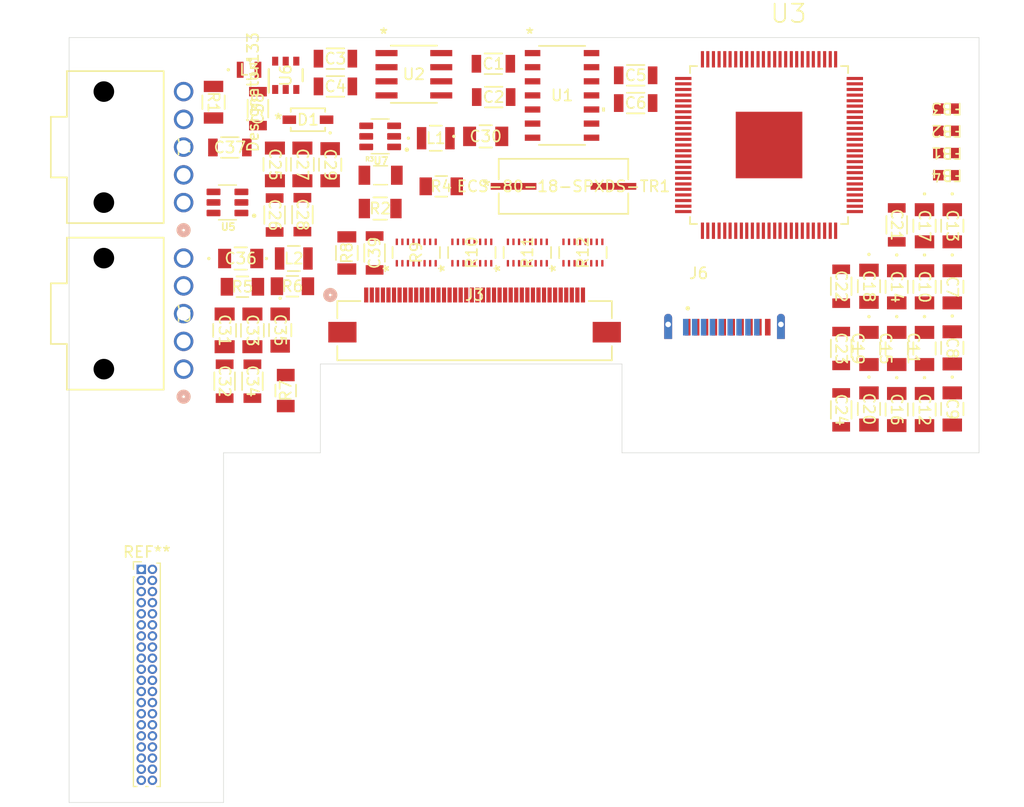
<source format=kicad_pcb>
(kicad_pcb (version 20240108) (generator "pcbnew") (generator_version "8.0")
  (layers (0 "F.Cu" signal) (31 "B.Cu" signal) (34 "B.Paste" user) (35 "F.Paste" user) (36 "B.SilkS" user "B.Silkscreen") (37 "F.SilkS" user "F.Silkscreen") (38 "B.Mask" user) (39 "F.Mask" user) (44 "Edge.Cuts" user))
  (net 0 "")
  (net 1 "+3.3V")
  (net 2 "Net-(U1-OSC2)")
  (net 3 "Net-(U1-OSC1)")
  (net 4 "+5V")
  (net 5 "Net-(U3-OVDD)")
  (net 6 "Net-(U3-AVDD)")
  (net 7 "Net-(U3-PVDD)")
  (net 8 "Net-(U3-DVDD)")
  (net 9 "7V")
  (net 10 "Net-(U7-VBST)")
  (net 11 "Net-(U7-SW)")
  (net 12 "Net-(U5-VBST)")
  (net 13 "Net-(U5-SW)")
  (net 14 "12V")
  (net 15 "Net-(U6-COMP)")
  (net 16 "/LEDA")
  (net 17 "Net-(D1-ANODE)")
  (net 18 "/GND")
  (net 19 "/CAN Bus connection L")
  (net 20 "/CAN Bus connection H")
  (net 22 "/PWR")
  (net 23 "/NC")
  (net 24 "/VSYNC")
  (net 25 "/B6")
  (net 26 "/G1")
  (net 27 "/G4")
  (net 28 "/B1")
  (net 29 "/G3")
  (net 30 "/R1")
  (net 33 "/B5")
  (net 34 "/G2")
  (net 35 "/B7")
  (net 36 "/G0")
  (net 37 "/R7")
  (net 38 "/HSYNC")
  (net 40 "/R4")
  (net 41 "/G6")
  (net 42 "/DISPEN")
  (net 43 "/R0")
  (net 44 "/R6")
  (net 45 "/G5")
  (net 46 "/PIXCLK")
  (net 47 "/B3")
  (net 48 "/LEDK")
  (net 50 "/B2")
  (net 51 "/B4")
  (net 53 "/R2")
  (net 54 "/ACTIVE")
  (net 56 "/B0")
  (net 57 "/G7")
  (net 58 "/R5")
  (net 59 "/R3")
  (net 61 "Net-(U3-RX2-)")
  (net 63 "Net-(U3-RX1+)")
  (net 64 "Net-(U3-RX0-)")
  (net 65 "Net-(U3-RXC+)")
  (net 66 "Net-(U3-RXC-)")
  (net 67 "Net-(U3-RX1-)")
  (net 68 "Net-(U3-RX2+)")
  (net 69 "Net-(J6-SHIELD-PadSH1)")
  (net 70 "Net-(U3-RX0+)")
  (net 75 "Net-(R2-Pad1)")
  (net 76 "Net-(U7-VFB)")
  (net 77 "Net-(R5-Pad2)")
  (net 78 "Net-(U5-VFB)")
  (net 79 "/Rasberry PI (SPI input)")
  (net 80 "/RX")
  (net 81 "/TX")
  (net 82 "/Rasberry PI (chip select)")
  (net 83 "/Rasberry PI (SPI clock input)")
  (net 84 "/Rasberry PI (SPI output)")
  (net 85 "/Rasberry PI (RX interupt active low)")
  (net 86 "/Rasberry PI (TX interupt active low)")
  (net 87 "/Rasberry PI (interupt active low)")
  (net 88 "/Rasberry PI (clock output)")
  (net 111 "/PWRON")
  (net 119 "/PWRON_D")
  (net 121 "/PWM")
  (net 122 "Net-(J3-Pad7)")
  (net 123 "Net-(J3-Pad18)")
  (net 124 "Net-(J3-Pad24)")
  (net 125 "Net-(J3-Pad20)")
  (net 126 "Net-(J3-Pad15)")
  (net 127 "Net-(J3-Pad23)")
  (net 128 "Net-(J3-Pad26)")
  (net 129 "Net-(J3-Pad6)")
  (net 130 "Net-(J3-Pad22)")
  (net 131 "Net-(J3-Pad10)")
  (net 132 "Net-(J3-Pad16)")
  (net 133 "Net-(J3-Pad12)")
  (net 134 "Net-(J3-Pad11)")
  (net 135 "Net-(J3-Pad5)")
  (net 136 "Net-(J3-Pad28)")
  (net 137 "Net-(J3-Pad13)")
  (net 138 "Net-(J3-Pad25)")
  (net 139 "Net-(J3-Pad8)")
  (net 140 "Net-(J3-Pad27)")
  (net 141 "Net-(J3-Pad9)")
  (net 142 "Net-(J3-Pad19)")
  (net 143 "Net-(J3-Pad21)")
  (net 144 "Net-(J3-Pad17)")
  (net 145 "Net-(J3-Pad14)")
  (footprint "CustomLibrary:CONN_SD-105313-100_05_MOL" (layer "F.Cu") (at 114.308106 76.9666 -90)
    (property "Reference" "J2" (at -5 0 -90) (layer "F.SilkS"))
    (property "Value" "1053131105")
    (pad "" np_thru_hole circle (at -10 7.180001 270) (size 1.8542 1.8542) (drill 1.8542) (layers))
    (pad "" np_thru_hole circle (at 0 7.180001 270) (size 1.8542 1.8542) (drill 1.8542) (layers))
    (pad "1" thru_hole circle (at 0 0 270) (size 1.7526 1.7526) (drill 1.2446) (layers "*.Cu" "*.Mask"))
    (pad "2" thru_hole circle (at -2.5 0 270) (size 1.7526 1.7526) (drill 1.2446) (layers "*.Cu" "*.Mask") (net 22 "/PWR"))
    (pad "3" thru_hole circle (at -5 0 270) (size 1.7526 1.7526) (drill 1.2446) (layers "*.Cu" "*.Mask") (net 23 "/NC"))
    (pad "4" thru_hole circle (at -7.5 0 270) (size 1.7526 1.7526) (drill 1.2446) (layers "*.Cu" "*.Mask") (net 20 "/CAN Bus connection H"))
    (pad "5" thru_hole circle (at -10 0 270) (size 1.7526 1.7526) (drill 1.2446) (layers "*.Cu" "*.Mask") (net 18 "/GND"))
  )
  (footprint "Connector_PinHeader_1.00mm:PinHeader_2x20_P1.00mm_Vertical" (layer "F.Cu") (at 110.5 95)
    (property "Reference" "REF**" (at 0.5 -1.56 0) (layer "F.SilkS"))
    (property "Value" "PinHeader_2x20_P1.00mm_Vertical")
    (pad "1" thru_hole rect (at 0 0) (size 0.85 0.85) (drill 0.5) (layers "*.Cu" "*.Mask"))
    (pad "2" thru_hole oval (at 1 0) (size 0.85 0.85) (drill 0.5) (layers "*.Cu" "*.Mask"))
    (pad "3" thru_hole oval (at 0 1) (size 0.85 0.85) (drill 0.5) (layers "*.Cu" "*.Mask"))
    (pad "4" thru_hole oval (at 1 1) (size 0.85 0.85) (drill 0.5) (layers "*.Cu" "*.Mask"))
    (pad "5" thru_hole oval (at 0 2) (size 0.85 0.85) (drill 0.5) (layers "*.Cu" "*.Mask"))
    (pad "6" thru_hole oval (at 1 2) (size 0.85 0.85) (drill 0.5) (layers "*.Cu" "*.Mask"))
    (pad "7" thru_hole oval (at 0 3) (size 0.85 0.85) (drill 0.5) (layers "*.Cu" "*.Mask"))
    (pad "8" thru_hole oval (at 1 3) (size 0.85 0.85) (drill 0.5) (layers "*.Cu" "*.Mask"))
    (pad "9" thru_hole oval (at 0 4) (size 0.85 0.85) (drill 0.5) (layers "*.Cu" "*.Mask"))
    (pad "10" thru_hole oval (at 1 4) (size 0.85 0.85) (drill 0.5) (layers "*.Cu" "*.Mask"))
    (pad "11" thru_hole oval (at 0 5) (size 0.85 0.85) (drill 0.5) (layers "*.Cu" "*.Mask"))
    (pad "12" thru_hole oval (at 1 5) (size 0.85 0.85) (drill 0.5) (layers "*.Cu" "*.Mask"))
    (pad "13" thru_hole oval (at 0 6) (size 0.85 0.85) (drill 0.5) (layers "*.Cu" "*.Mask"))
    (pad "14" thru_hole oval (at 1 6) (size 0.85 0.85) (drill 0.5) (layers "*.Cu" "*.Mask"))
    (pad "15" thru_hole oval (at 0 7) (size 0.85 0.85) (drill 0.5) (layers "*.Cu" "*.Mask"))
    (pad "16" thru_hole oval (at 1 7) (size 0.85 0.85) (drill 0.5) (layers "*.Cu" "*.Mask"))
    (pad "17" thru_hole oval (at 0 8) (size 0.85 0.85) (drill 0.5) (layers "*.Cu" "*.Mask"))
    (pad "18" thru_hole oval (at 1 8) (size 0.85 0.85) (drill 0.5) (layers "*.Cu" "*.Mask"))
    (pad "19" thru_hole oval (at 0 9) (size 0.85 0.85) (drill 0.5) (layers "*.Cu" "*.Mask"))
    (pad "20" thru_hole oval (at 1 9) (size 0.85 0.85) (drill 0.5) (layers "*.Cu" "*.Mask"))
    (pad "21" thru_hole oval (at 0 10) (size 0.85 0.85) (drill 0.5) (layers "*.Cu" "*.Mask"))
    (pad "22" thru_hole oval (at 1 10) (size 0.85 0.85) (drill 0.5) (layers "*.Cu" "*.Mask"))
    (pad "23" thru_hole oval (at 0 11) (size 0.85 0.85) (drill 0.5) (layers "*.Cu" "*.Mask"))
    (pad "24" thru_hole oval (at 1 11) (size 0.85 0.85) (drill 0.5) (layers "*.Cu" "*.Mask"))
    (pad "25" thru_hole oval (at 0 12) (size 0.85 0.85) (drill 0.5) (layers "*.Cu" "*.Mask"))
    (pad "26" thru_hole oval (at 1 12) (size 0.85 0.85) (drill 0.5) (layers "*.Cu" "*.Mask"))
    (pad "27" thru_hole oval (at 0 13) (size 0.85 0.85) (drill 0.5) (layers "*.Cu" "*.Mask"))
    (pad "28" thru_hole oval (at 1 13) (size 0.85 0.85) (drill 0.5) (layers "*.Cu" "*.Mask"))
    (pad "29" thru_hole oval (at 0 14) (size 0.85 0.85) (drill 0.5) (layers "*.Cu" "*.Mask"))
    (pad "30" thru_hole oval (at 1 14) (size 0.85 0.85) (drill 0.5) (layers "*.Cu" "*.Mask"))
    (pad "31" thru_hole oval (at 0 15) (size 0.85 0.85) (drill 0.5) (layers "*.Cu" "*.Mask"))
    (pad "32" thru_hole oval (at 1 15) (size 0.85 0.85) (drill 0.5) (layers "*.Cu" "*.Mask"))
    (pad "33" thru_hole oval (at 0 16) (size 0.85 0.85) (drill 0.5) (layers "*.Cu" "*.Mask"))
    (pad "34" thru_hole oval (at 1 16) (size 0.85 0.85) (drill 0.5) (layers "*.Cu" "*.Mask"))
    (pad "35" thru_hole oval (at 0 17) (size 0.85 0.85) (drill 0.5) (layers "*.Cu" "*.Mask"))
    (pad "36" thru_hole oval (at 1 17) (size 0.85 0.85) (drill 0.5) (layers "*.Cu" "*.Mask"))
    (pad "37" thru_hole oval (at 0 18) (size 0.85 0.85) (drill 0.5) (layers "*.Cu" "*.Mask"))
    (pad "38" thru_hole oval (at 1 18) (size 0.85 0.85) (drill 0.5) (layers "*.Cu" "*.Mask"))
    (pad "39" thru_hole oval (at 0 19) (size 0.85 0.85) (drill 0.5) (layers "*.Cu" "*.Mask"))
    (pad "40" thru_hole oval (at 1 19) (size 0.85 0.85) (drill 0.5) (layers "*.Cu" "*.Mask"))
  )
  (footprint "CustomLibrary:DBV0006A_L" (layer "F.Cu") (at 123.5 50.5 90)
    (property "Reference" "U6" (at 0 0 90) (layer "F.SilkS"))
    (property "Value" "TPS61165DBV")
    (fp_text user "Designator133" (at -1.524 -2.9464 90) (layer "F.SilkS"))
    (pad "1" smd rect (at -1.275001 -0.950001 180) (size 0.549999 0.800001) (layers "F.Cu" "F.Paste" "F.Mask") (net 14 "12V"))
    (pad "2" smd rect (at -1.275001 0 180) (size 0.549999 0.800001) (layers "F.Cu" "F.Paste" "F.Mask") (net 121 "/PWM"))
    (pad "3" smd rect (at -1.275001 0.949998 180) (size 0.549999 0.800001) (layers "F.Cu" "F.Paste" "F.Mask") (net 17 "Net-(D1-ANODE)"))
    (pad "4" smd rect (at 1.274999 0.949998 180) (size 0.549999 0.800001) (layers "F.Cu" "F.Paste" "F.Mask") (net 1 "+3.3V"))
    (pad "5" smd rect (at 1.274999 0 180) (size 0.549999 0.800001) (layers "F.Cu" "F.Paste" "F.Mask") (net 15 "Net-(U6-COMP)"))
    (pad "6" smd rect (at 1.274999 -0.950001 180) (size 0.549999 0.800001) (layers "F.Cu" "F.Paste" "F.Mask") (net 48 "/LEDK"))
  )
  (footprint "CustomLibrary:CAP_1206_B_WAL" (layer "F.Cu") (at 183.5 64.0522 -90)
    (property "Reference" "C13" (at 0 0 -90) (layer "F.SilkS"))
    (property "Value" "0.1uF")
    (pad "1" smd rect (at -1.4478 0 270) (size 1.1684 1.7526) (layers "F.Cu" "F.Paste" "F.Mask") (net 8 "Net-(U3-DVDD)"))
    (pad "2" smd rect (at 1.4478 0 270) (size 1.1684 1.7526) (layers "F.Cu" "F.Paste" "F.Mask") (net 18 "/GND"))
  )
  (footprint "CustomLibrary:IND_TAIYO_LBR2012_TAY" (layer "F.Cu") (at 120.1999 50)
    (property "Reference" "L3" (at 0 0 0) (layer "F.SilkS"))
    (property "Value" "10uH")
    (pad "1" smd rect (at -0.8001 0) (size 0.6096 1.4478) (layers "F.Cu" "F.Paste" "F.Mask") (net 17 "Net-(D1-ANODE)"))
    (pad "2" smd rect (at 0.8001 0) (size 0.6096 1.4478) (layers "F.Cu" "F.Paste" "F.Mask") (net 14 "12V"))
  )
  (footprint "CustomLibrary:RES_YC248_4X1P6_YAG" (layer "F.Cu") (at 145.250001 66.4652 90)
    (property "Reference" "R11" (at 0 0 90) (layer "F.SilkS"))
    (property "Value" "YC248-JR-07330RL")
    (fp_text user "*" (at -1.4351 -2.4104 90) (layer "F.SilkS"))
    (fp_text user "*" (at -1.4351 -2.4104 90) (layer "F.SilkS"))
    (pad "1" smd rect (at -0.9652 -1.749999 90) (size 0.5842 0.2032) (layers "F.Cu" "F.Paste" "F.Mask") (net 143 "Net-(J3-Pad21)"))
    (pad "2" smd rect (at -0.9652 -1.25 90) (size 0.5842 0.2032) (layers "F.Cu" "F.Paste" "F.Mask") (net 130 "Net-(J3-Pad22)"))
    (pad "3" smd rect (at -0.9652 -0.750001 90) (size 0.5842 0.2032) (layers "F.Cu" "F.Paste" "F.Mask") (net 127 "Net-(J3-Pad23)"))
    (pad "4" smd rect (at -0.9652 -0.25 90) (size 0.5842 0.2032) (layers "F.Cu" "F.Paste" "F.Mask") (net 124 "Net-(J3-Pad24)"))
    (pad "5" smd rect (at -0.9652 0.25 90) (size 0.5842 0.2032) (layers "F.Cu" "F.Paste" "F.Mask") (net 138 "Net-(J3-Pad25)"))
    (pad "6" smd rect (at -0.9652 0.750001 90) (size 0.5842 0.2032) (layers "F.Cu" "F.Paste" "F.Mask") (net 128 "Net-(J3-Pad26)"))
    (pad "7" smd rect (at -0.9652 1.25 90) (size 0.5842 0.2032) (layers "F.Cu" "F.Paste" "F.Mask") (net 140 "Net-(J3-Pad27)"))
    (pad "8" smd rect (at -0.9652 1.749999 90) (size 0.5842 0.2032) (layers "F.Cu" "F.Paste" "F.Mask") (net 136 "Net-(J3-Pad28)"))
    (pad "9" smd rect (at 0.9652 1.749999 90) (size 0.5842 0.2032) (layers "F.Cu" "F.Paste" "F.Mask") (net 35 "/B7"))
    (pad "10" smd rect (at 0.9652 1.25 90) (size 0.5842 0.2032) (layers "F.Cu" "F.Paste" "F.Mask") (net 25 "/B6"))
    (pad "11" smd rect (at 0.9652 0.750001 90) (size 0.5842 0.2032) (layers "F.Cu" "F.Paste" "F.Mask") (net 33 "/B5"))
    (pad "12" smd rect (at 0.9652 0.25 90) (size 0.5842 0.2032) (layers "F.Cu" "F.Paste" "F.Mask") (net 51 "/B4"))
    (pad "13" smd rect (at 0.9652 -0.25 90) (size 0.5842 0.2032) (layers "F.Cu" "F.Paste" "F.Mask") (net 47 "/B3"))
    (pad "14" smd rect (at 0.9652 -0.750001 90) (size 0.5842 0.2032) (layers "F.Cu" "F.Paste" "F.Mask") (net 50 "/B2"))
    (pad "15" smd rect (at 0.9652 -1.25 90) (size 0.5842 0.2032) (layers "F.Cu" "F.Paste" "F.Mask") (net 28 "/B1"))
    (pad "16" smd rect (at 0.9652 -1.749999 90) (size 0.5842 0.2032) (layers "F.Cu" "F.Paste" "F.Mask") (net 56 "/B0"))
  )
  (footprint "CustomLibrary:CONN40_CF3140_CVI" (layer "F.Cu") (at 140.5 73.5)
    (property "Reference" "J3" (at 0 -3.2131 0) (layer "F.SilkS"))
    (property "Value" "Conn_01x40_Socket")
    (pad "1" smd rect (at -9.752457 -3.2131) (size 0.381 1.3462) (layers "F.Cu" "F.Paste" "F.Mask") (net 48 "/LEDK"))
    (pad "2" smd rect (at -9.252331 -3.2131) (size 0.381 1.3462) (layers "F.Cu" "F.Paste" "F.Mask") (net 16 "/LEDA"))
    (pad "3" smd rect (at -8.752205 -3.2131) (size 0.381 1.3462) (layers "F.Cu" "F.Paste" "F.Mask") (net 1 "+3.3V"))
    (pad "4" smd rect (at -8.252079 -3.2131) (size 0.381 1.3462) (layers "F.Cu" "F.Paste" "F.Mask") (net 1 "+3.3V"))
    (pad "5" smd rect (at -7.751953 -3.2131) (size 0.381 1.3462) (layers "F.Cu" "F.Paste" "F.Mask") (net 135 "Net-(J3-Pad5)"))
    (pad "6" smd rect (at -7.251827 -3.2131) (size 0.381 1.3462) (layers "F.Cu" "F.Paste" "F.Mask") (net 129 "Net-(J3-Pad6)"))
    (pad "7" smd rect (at -6.751701 -3.2131) (size 0.381 1.3462) (layers "F.Cu" "F.Paste" "F.Mask") (net 122 "Net-(J3-Pad7)"))
    (pad "8" smd rect (at -6.251575 -3.2131) (size 0.381 1.3462) (layers "F.Cu" "F.Paste" "F.Mask") (net 139 "Net-(J3-Pad8)"))
    (pad "9" smd rect (at -5.751449 -3.2131) (size 0.381 1.3462) (layers "F.Cu" "F.Paste" "F.Mask") (net 141 "Net-(J3-Pad9)"))
    (pad "10" smd rect (at -5.251323 -3.2131) (size 0.381 1.3462) (layers "F.Cu" "F.Paste" "F.Mask") (net 131 "Net-(J3-Pad10)"))
    (pad "11" smd rect (at -4.751197 -3.2131) (size 0.381 1.3462) (layers "F.Cu" "F.Paste" "F.Mask") (net 134 "Net-(J3-Pad11)"))
    (pad "12" smd rect (at -4.251071 -3.2131) (size 0.381 1.3462) (layers "F.Cu" "F.Paste" "F.Mask") (net 133 "Net-(J3-Pad12)"))
    (pad "13" smd rect (at -3.750945 -3.2131) (size 0.381 1.3462) (layers "F.Cu" "F.Paste" "F.Mask") (net 137 "Net-(J3-Pad13)"))
    (pad "14" smd rect (at -3.250819 -3.2131) (size 0.381 1.3462) (layers "F.Cu" "F.Paste" "F.Mask") (net 145 "Net-(J3-Pad14)"))
    (pad "15" smd rect (at -2.750693 -3.2131) (size 0.381 1.3462) (layers "F.Cu" "F.Paste" "F.Mask") (net 126 "Net-(J3-Pad15)"))
    (pad "16" smd rect (at -2.250567 -3.2131) (size 0.381 1.3462) (layers "F.Cu" "F.Paste" "F.Mask") (net 132 "Net-(J3-Pad16)"))
    (pad "17" smd rect (at -1.750441 -3.2131) (size 0.381 1.3462) (layers "F.Cu" "F.Paste" "F.Mask") (net 144 "Net-(J3-Pad17)"))
    (pad "18" smd rect (at -1.250315 -3.2131) (size 0.381 1.3462) (layers "F.Cu" "F.Paste" "F.Mask") (net 123 "Net-(J3-Pad18)"))
    (pad "19" smd rect (at -0.750189 -3.2131) (size 0.381 1.3462) (layers "F.Cu" "F.Paste" "F.Mask") (net 142 "Net-(J3-Pad19)"))
    (pad "20" smd rect (at -0.250063 -3.2131) (size 0.381 1.3462) (layers "F.Cu" "F.Paste" "F.Mask") (net 125 "Net-(J3-Pad20)"))
    (pad "21" smd rect (at 0.250063 -3.2131) (size 0.381 1.3462) (layers "F.Cu" "F.Paste" "F.Mask") (net 143 "Net-(J3-Pad21)"))
    (pad "22" smd rect (at 0.750189 -3.2131) (size 0.381 1.3462) (layers "F.Cu" "F.Paste" "F.Mask") (net 130 "Net-(J3-Pad22)"))
    (pad "23" smd rect (at 1.250315 -3.2131) (size 0.381 1.3462) (layers "F.Cu" "F.Paste" "F.Mask") (net 127 "Net-(J3-Pad23)"))
    (pad "24" smd rect (at 1.750441 -3.2131) (size 0.381 1.3462) (layers "F.Cu" "F.Paste" "F.Mask") (net 124 "Net-(J3-Pad24)"))
    (pad "25" smd rect (at 2.250567 -3.2131) (size 0.381 1.3462) (layers "F.Cu" "F.Paste" "F.Mask") (net 138 "Net-(J3-Pad25)"))
    (pad "26" smd rect (at 2.750693 -3.2131) (size 0.381 1.3462) (layers "F.Cu" "F.Paste" "F.Mask") (net 128 "Net-(J3-Pad26)"))
    (pad "27" smd rect (at 3.250819 -3.2131) (size 0.381 1.3462) (layers "F.Cu" "F.Paste" "F.Mask") (net 140 "Net-(J3-Pad27)"))
    (pad "28" smd rect (at 3.750945 -3.2131) (size 0.381 1.3462) (layers "F.Cu" "F.Paste" "F.Mask") (net 136 "Net-(J3-Pad28)"))
    (pad "29" smd rect (at 4.251071 -3.2131) (size 0.381 1.3462) (layers "F.Cu" "F.Paste" "F.Mask") (net 1 "+3.3V"))
    (pad "30" smd rect (at 4.751197 -3.2131) (size 0.381 1.3462) (layers "F.Cu" "F.Paste" "F.Mask") (net 46 "/PIXCLK"))
    (pad "31" smd rect (at 5.251323 -3.2131) (size 0.381 1.3462) (layers "F.Cu" "F.Paste" "F.Mask") (net 54 "/ACTIVE"))
    (pad "32" smd rect (at 5.751449 -3.2131) (size 0.381 1.3462) (layers "F.Cu" "F.Paste" "F.Mask") (net 38 "/HSYNC"))
    (pad "33" smd rect (at 6.251575 -3.2131) (size 0.381 1.3462) (layers "F.Cu" "F.Paste" "F.Mask") (net 24 "/VSYNC"))
    (pad "34" smd rect (at 6.751701 -3.2131) (size 0.381 1.3462) (layers "F.Cu" "F.Paste" "F.Mask") (net 42 "/DISPEN"))
    (pad "35" smd rect (at 7.251827 -3.2131) (size 0.381 1.3462) (layers "F.Cu" "F.Paste" "F.Mask"))
    (pad "36" smd rect (at 7.751953 -3.2131) (size 0.381 1.3462) (layers "F.Cu" "F.Paste" "F.Mask"))
    (pad "37" smd rect (at 8.252079 -3.2131) (size 0.381 1.3462) (layers "F.Cu" "F.Paste" "F.Mask"))
    (pad "38" smd rect (at 8.752205 -3.2131) (size 0.381 1.3462) (layers "F.Cu" "F.Paste" "F.Mask"))
    (pad "39" smd rect (at 9.252331 -3.2131) (size 0.381 1.3462) (layers "F.Cu" "F.Paste" "F.Mask"))
    (pad "40" smd rect (at 9.752457 -3.2131) (size 0.381 1.3462) (layers "F.Cu" "F.Paste" "F.Mask"))
    (pad "41" smd rect (at -11.899999 0.136901) (size 2.54 1.8542) (layers "F.Cu" "F.Paste" "F.Mask"))
    (pad "42" smd rect (at 11.899999 0.136901) (size 2.54 1.8542) (layers "F.Cu" "F.Paste" "F.Mask"))
  )
  (footprint "CustomLibrary:CL1206_SAM" (layer "F.Cu") (at 118 73.4732 -90)
    (property "Reference" "C31" (at 0 0 -90) (layer "F.SilkS"))
    (property "Value" "22uF")
    (pad "1" smd rect (at -1.4732 0 270) (size 1.1684 1.8034) (layers "F.Cu" "F.Paste" "F.Mask") (net 4 "+5V"))
    (pad "2" smd rect (at 1.4732 0 270) (size 1.1684 1.8034) (layers "F.Cu" "F.Paste" "F.Mask") (net 1 "+3.3V"))
  )
  (footprint "CustomLibrary:CAP_CL31_SAM" (layer "F.Cu") (at 173.5 75.1044 -90)
    (property "Reference" "C23" (at 0 0 -90) (layer "F.SilkS"))
    (property "Value" "10uF")
    (pad "1" smd rect (at -1.527801 0 270) (size 0.8556 1.6) (layers "F.Cu" "F.Paste" "F.Mask") (net 6 "Net-(U3-AVDD)"))
    (pad "2" smd rect (at 1.527801 0 270) (size 0.8556 1.6) (layers "F.Cu" "F.Paste" "F.Mask") (net 1 "+3.3V"))
  )
  (footprint "CustomLibrary:CAP_1206_B_WAL" (layer "F.Cu") (at 181 80.6044 -90)
    (property "Reference" "C12" (at 0 0 -90) (layer "F.SilkS"))
    (property "Value" "0.1uF")
    (pad "1" smd rect (at -1.4478 0 270) (size 1.1684 1.7526) (layers "F.Cu" "F.Paste" "F.Mask") (net 7 "Net-(U3-PVDD)"))
    (pad "2" smd rect (at 1.4478 0 270) (size 1.1684 1.7526) (layers "F.Cu" "F.Paste" "F.Mask") (net 1 "+3.3V"))
  )
  (footprint "CustomLibrary:CAP_CL31_SAM" (layer "F.Cu") (at 142.1914 49.46)
    (property "Reference" "C1" (at 0 0 0) (layer "F.SilkS"))
    (property "Value" "22pF")
    (pad "1" smd rect (at -1.527801 0) (size 0.8556 1.6) (layers "F.Cu" "F.Paste" "F.Mask") (net 1 "+3.3V"))
    (pad "2" smd rect (at 1.527801 0) (size 0.8556 1.6) (layers "F.Cu" "F.Paste" "F.Mask") (net 2 "Net-(U1-OSC2)"))
  )
  (footprint "CustomLibrary:CAP_1206_B_WAL" (layer "F.Cu") (at 181 64.0522 -90)
    (property "Reference" "C17" (at 0 0 -90) (layer "F.SilkS"))
    (property "Value" "0.1uF")
    (pad "1" smd rect (at -1.4478 0 270) (size 1.1684 1.7526) (layers "F.Cu" "F.Paste" "F.Mask") (net 8 "Net-(U3-DVDD)"))
    (pad "2" smd rect (at 1.4478 0 270) (size 1.1684 1.7526) (layers "F.Cu" "F.Paste" "F.Mask") (net 1 "+3.3V"))
  )
  (footprint "CustomLibrary:CAP_CL31_SAM" (layer "F.Cu") (at 178.5 63.972199 -90)
    (property "Reference" "C21" (at 0 0 -90) (layer "F.SilkS"))
    (property "Value" "10uF")
    (pad "1" smd rect (at -1.527801 0 270) (size 0.8556 1.6) (layers "F.Cu" "F.Paste" "F.Mask") (net 8 "Net-(U3-DVDD)"))
    (pad "2" smd rect (at 1.527801 0 270) (size 0.8556 1.6) (layers "F.Cu" "F.Paste" "F.Mask") (net 1 "+3.3V"))
  )
  (footprint "CustomLibrary:RC1206N_YAG" (layer "F.Cu") (at 124.103 69.5)
    (property "Reference" "R6" (at 0 0 0) (layer "F.SilkS"))
    (property "Value" "4.7k")
    (pad "1" smd rect (at -1.397 0) (size 1.1176 1.6002) (layers "F.Cu" "F.Paste" "F.Mask") (net 77 "Net-(R5-Pad2)"))
    (pad "2" smd rect (at 1.397 0) (size 1.1176 1.6002) (layers "F.Cu" "F.Paste" "F.Mask") (net 78 "Net-(U5-VFB)"))
  )
  (footprint "CustomLibrary:CL1206_SAM" (layer "F.Cu") (at 122.5268 58.5268 -90)
    (property "Reference" "C25" (at 0 0 -90) (layer "F.SilkS"))
    (property "Value" "22uF")
    (pad "1" smd rect (at -1.4732 0 270) (size 1.1684 1.8034) (layers "F.Cu" "F.Paste" "F.Mask") (net 1 "+3.3V"))
    (pad "2" smd rect (at 1.4732 0 270) (size 1.1684 1.8034) (layers "F.Cu" "F.Paste" "F.Mask") (net 1 "+3.3V"))
  )
  (footprint "CustomLibrary:SOT95P280X110-6N" (layer "F.Cu") (at 132 56 180)
    (property "Reference" "U7" (at -0.068 -2.2064 0) (layer "F.SilkS") (effects (font (size 0.64 0.64))))
    (property "Value" "TPS562201")
    (pad "1" smd roundrect (at -1.255 -0.95 180) (size 1.25 0.59) (layers "F.Cu" "F.Paste" "F.Mask") (roundrect_rratio 0.125) (net 1 "+3.3V"))
    (pad "2" smd roundrect (at -1.255 0 180) (size 1.25 0.59) (layers "F.Cu" "F.Paste" "F.Mask") (roundrect_rratio 0.125) (net 11 "Net-(U7-SW)"))
    (pad "3" smd roundrect (at -1.255 0.95 180) (size 1.25 0.59) (layers "F.Cu" "F.Paste" "F.Mask") (roundrect_rratio 0.125) (net 9 "7V"))
    (pad "4" smd roundrect (at 1.255 0.95 180) (size 1.25 0.59) (layers "F.Cu" "F.Paste" "F.Mask") (roundrect_rratio 0.125) (net 76 "Net-(U7-VFB)"))
    (pad "5" smd roundrect (at 1.255 0 180) (size 1.25 0.59) (layers "F.Cu" "F.Paste" "F.Mask") (roundrect_rratio 0.125) (net 9 "7V"))
    (pad "6" smd roundrect (at 1.255 -0.95 180) (size 1.25 0.59) (layers "F.Cu" "F.Paste" "F.Mask") (roundrect_rratio 0.125) (net 10 "Net-(U7-VBST)"))
  )
  (footprint "CustomLibrary:CAP_1206_B_WAL" (layer "F.Cu") (at 119.4478 67)
    (property "Reference" "C36" (at 0 0 0) (layer "F.SilkS"))
    (property "Value" "0.1uF")
    (pad "1" smd rect (at -1.4478 0) (size 1.1684 1.7526) (layers "F.Cu" "F.Paste" "F.Mask") (net 13 "Net-(U5-SW)"))
    (pad "2" smd rect (at 1.4478 0) (size 1.1684 1.7526) (layers "F.Cu" "F.Paste" "F.Mask") (net 12 "Net-(U5-VBST)"))
  )
  (footprint "CustomLibrary:CAP_CL31_SAM" (layer "F.Cu") (at 173.5 69.5 -90)
    (property "Reference" "C22" (at 0 0 -90) (layer "F.SilkS"))
    (property "Value" "10uF")
    (pad "1" smd rect (at -1.527801 0 270) (size 0.8556 1.6) (layers "F.Cu" "F.Paste" "F.Mask") (net 5 "Net-(U3-OVDD)"))
    (pad "2" smd rect (at 1.527801 0 270) (size 0.8556 1.6) (layers "F.Cu" "F.Paste" "F.Mask") (net 1 "+3.3V"))
  )
  (footprint "CustomLibrary:CAP_1206_B_WAL" (layer "F.Cu") (at 178.5 80.6044 -90)
    (property "Reference" "C16" (at 0 0 -90) (layer "F.SilkS"))
    (property "Value" "0.1uF")
    (pad "1" smd rect (at -1.4478 0 270) (size 1.1684 1.7526) (layers "F.Cu" "F.Paste" "F.Mask") (net 7 "Net-(U3-PVDD)"))
    (pad "2" smd rect (at 1.4478 0 270) (size 1.1684 1.7526) (layers "F.Cu" "F.Paste" "F.Mask") (net 1 "+3.3V"))
  )
  (footprint "CustomLibrary:FERRITE_0603_1P6XP8_MUR" (layer "F.Cu") (at 183 57.5 180)
    (property "Reference" "FB1" (at 0 0 180) (layer "F.SilkS"))
    (property "Value" "BLM18RK601SN1D" (hide yes))
    (pad "1" smd rect (at -0.7493 0 180) (size 0.9652 0.9398) (layers "F.Cu" "F.Paste" "F.Mask") (net 1 "+3.3V"))
    (pad "2" smd rect (at 0.7493 0 180) (size 0.9652 0.9398) (layers "F.Cu" "F.Paste" "F.Mask") (net 5 "Net-(U3-OVDD)"))
  )
  (footprint "CustomLibrary:IND_TAIYO_LB3218_TAY" (layer "F.Cu") (at 137.0062 56.1665)
    (property "Reference" "L1" (at 0 0 0) (layer "F.SilkS"))
    (property "Value" "3.3uH")
    (pad "1" smd rect (at -1.27635 0) (size 0.8509 2.0066) (layers "F.Cu" "F.Paste" "F.Mask") (net 1 "+3.3V"))
    (pad "2" smd rect (at 1.27635 0) (size 0.8509 2.0066) (layers "F.Cu" "F.Paste" "F.Mask") (net 11 "Net-(U7-SW)"))
  )
  (footprint "CustomLibrary:SOT95P280X110-6N" (layer "F.Cu") (at 118.255 61.95 180)
    (property "Reference" "U5" (at -0.068 -2.2064 0) (layer "F.SilkS") (effects (font (size 0.64 0.64))))
    (property "Value" "TPS562201")
    (pad "1" smd roundrect (at -1.255 -0.95 180) (size 1.25 0.59) (layers "F.Cu" "F.Paste" "F.Mask") (roundrect_rratio 0.125) (net 1 "+3.3V"))
    (pad "2" smd roundrect (at -1.255 0 180) (size 1.25 0.59) (layers "F.Cu" "F.Paste" "F.Mask") (roundrect_rratio 0.125) (net 13 "Net-(U5-SW)"))
    (pad "3" smd roundrect (at -1.255 0.95 180) (size 1.25 0.59) (layers "F.Cu" "F.Paste" "F.Mask") (roundrect_rratio 0.125) (net 9 "7V"))
    (pad "4" smd roundrect (at 1.255 0.95 180) (size 1.25 0.59) (layers "F.Cu" "F.Paste" "F.Mask") (roundrect_rratio 0.125) (net 78 "Net-(U5-VFB)"))
    (pad "5" smd roundrect (at 1.255 0 180) (size 1.25 0.59) (layers "F.Cu" "F.Paste" "F.Mask") (roundrect_rratio 0.125) (net 9 "7V"))
    (pad "6" smd roundrect (at 1.255 -0.95 180) (size 1.25 0.59) (layers "F.Cu" "F.Paste" "F.Mask") (roundrect_rratio 0.125) (net 12 "Net-(U5-VBST)"))
  )
  (footprint "CustomLibrary:CAP_1206_B_WAL" (layer "F.Cu") (at 123 73.4478 -90)
    (property "Reference" "C35" (at 0 0 -90) (layer "F.SilkS"))
    (property "Value" "0.1uF")
    (pad "1" smd rect (at -1.4478 0 270) (size 1.1684 1.7526) (layers "F.Cu" "F.Paste" "F.Mask") (net 1 "+3.3V"))
    (pad "2" smd rect (at 1.4478 0 270) (size 1.1684 1.7526) (layers "F.Cu" "F.Paste" "F.Mask") (net 9 "7V"))
  )
  (footprint "CustomLibrary:CAP_CL31_SAM" (layer "F.Cu") (at 155 53)
    (property "Reference" "C6" (at 0 0 0) (layer "F.SilkS"))
    (property "Value" "10nF")
    (pad "1" smd rect (at -1.527801 0) (size 0.8556 1.6) (layers "F.Cu" "F.Paste" "F.Mask") (net 4 "+5V"))
    (pad "2" smd rect (at 1.527801 0) (size 0.8556 1.6) (layers "F.Cu" "F.Paste" "F.Mask") (net 1 "+3.3V"))
  )
  (footprint "CustomLibrary:QFP50P1600X1600X120-101N" (layer "F.Cu") (at 167.0056 56.7784)
    (property "Reference" "U3" (at 1.752975 -11.838925 0) (layer "F.SilkS") (effects (font (size 1.640354 1.640354))))
    (property "Value" "~")
    (pad "1" smd rect (at -7.7216 -5.9944) (size 1.4732 0.2794) (layers "F.Cu" "F.Paste" "F.Mask") (net 1 "+3.3V"))
    (pad "2" smd rect (at -7.7216 -5.5118) (size 1.4732 0.2794) (layers "F.Cu" "F.Paste" "F.Mask") (net 111 "/PWRON"))
    (pad "3" smd rect (at -7.7216 -5.0038) (size 1.4732 0.2794) (layers "F.Cu" "F.Paste" "F.Mask") (net 1 "+3.3V"))
    (pad "4" smd rect (at -7.7216 -4.4958) (size 1.4732 0.2794) (layers "F.Cu" "F.Paste" "F.Mask") (net 1 "+3.3V"))
    (pad "5" smd rect (at -7.7216 -3.9878) (size 1.4732 0.2794) (layers "F.Cu" "F.Paste" "F.Mask") (net 1 "+3.3V"))
    (pad "6" smd rect (at -7.7216 -3.5052) (size 1.4732 0.2794) (layers "F.Cu" "F.Paste" "F.Mask") (net 8 "Net-(U3-DVDD)"))
    (pad "7" smd rect (at -7.7216 -2.9972) (size 1.4732 0.2794) (layers "F.Cu" "F.Paste" "F.Mask") (net 1 "+3.3V"))
    (pad "8" smd rect (at -7.7216 -2.4892) (size 1.4732 0.2794) (layers "F.Cu" "F.Paste" "F.Mask") (net 54 "/ACTIVE"))
    (pad "9" smd rect (at -7.7216 -2.0066) (size 1.4732 0.2794) (layers "F.Cu" "F.Paste" "F.Mask") (net 119 "/PWRON_D"))
    (pad "10" smd rect (at -7.7216 -1.4986) (size 1.4732 0.2794) (layers "F.Cu" "F.Paste" "F.Mask") (net 56 "/B0"))
    (pad "11" smd rect (at -7.7216 -0.9906) (size 1.4732 0.2794) (layers "F.Cu" "F.Paste" "F.Mask") (net 28 "/B1"))
    (pad "12" smd rect (at -7.7216 -0.508) (size 1.4732 0.2794) (layers "F.Cu" "F.Paste" "F.Mask") (net 50 "/B2"))
    (pad "13" smd rect (at -7.7216 0) (size 1.4732 0.2794) (layers "F.Cu" "F.Paste" "F.Mask") (net 47 "/B3"))
    (pad "14" smd rect (at -7.7216 0.508) (size 1.4732 0.2794) (layers "F.Cu" "F.Paste" "F.Mask") (net 51 "/B4"))
    (pad "15" smd rect (at -7.7216 0.9906) (size 1.4732 0.2794) (layers "F.Cu" "F.Paste" "F.Mask") (net 33 "/B5"))
    (pad "16" smd rect (at -7.7216 1.4986) (size 1.4732 0.2794) (layers "F.Cu" "F.Paste" "F.Mask") (net 25 "/B6"))
    (pad "17" smd rect (at -7.7216 2.0066) (size 1.4732 0.2794) (layers "F.Cu" "F.Paste" "F.Mask") (net 35 "/B7"))
    (pad "18" smd rect (at -7.7216 2.4892) (size 1.4732 0.2794) (layers "F.Cu" "F.Paste" "F.Mask") (net 5 "Net-(U3-OVDD)"))
    (pad "19" smd rect (at -7.7216 2.9972) (size 1.4732 0.2794) (layers "F.Cu" "F.Paste" "F.Mask") (net 1 "+3.3V"))
    (pad "20" smd rect (at -7.7216 3.5052) (size 1.4732 0.2794) (layers "F.Cu" "F.Paste" "F.Mask") (net 36 "/G0"))
    (pad "21" smd rect (at -7.7216 3.9878) (size 1.4732 0.2794) (layers "F.Cu" "F.Paste" "F.Mask") (net 26 "/G1"))
    (pad "22" smd rect (at -7.7216 4.4958) (size 1.4732 0.2794) (layers "F.Cu" "F.Paste" "F.Mask") (net 34 "/G2"))
    (pad "23" smd rect (at -7.7216 5.0038) (size 1.4732 0.2794) (layers "F.Cu" "F.Paste" "F.Mask") (net 29 "/G3"))
    (pad "24" smd rect (at -7.7216 5.5118) (size 1.4732 0.2794) (layers "F.Cu" "F.Paste" "F.Mask") (net 27 "/G4"))
    (pad "25" smd rect (at -7.7216 5.9944) (size 1.4732 0.2794) (layers "F.Cu" "F.Paste" "F.Mask") (net 45 "/G5"))
    (pad "26" smd rect (at -5.9944 7.7216) (size 0.2794 1.4732) (layers "F.Cu" "F.Paste" "F.Mask") (net 41 "/G6"))
    (pad "27" smd rect (at -5.5118 7.7216) (size 0.2794 1.4732) (layers "F.Cu" "F.Paste" "F.Mask") (net 57 "/G7"))
    (pad "28" smd rect (at -5.0038 7.7216) (size 0.2794 1.4732) (layers "F.Cu" "F.Paste" "F.Mask") (net 1 "+3.3V"))
    (pad "29" smd rect (at -4.4958 7.7216) (size 0.2794 1.4732) (layers "F.Cu" "F.Paste" "F.Mask") (net 5 "Net-(U3-OVDD)"))
    (pad "30" smd rect (at -3.9878 7.7216) (size 0.2794 1.4732) (layers "F.Cu" "F.Paste" "F.Mask") (net 43 "/R0"))
    (pad "31" smd rect (at -3.5052 7.7216) (size 0.2794 1.4732) (layers "F.Cu" "F.Paste" "F.Mask") (net 30 "/R1"))
    (pad "32" smd rect (at -2.9972 7.7216) (size 0.2794 1.4732) (layers "F.Cu" "F.Paste" "F.Mask") (net 53 "/R2"))
    (pad "33" smd rect (at -2.4892 7.7216) (size 0.2794 1.4732) (layers "F.Cu" "F.Paste" "F.Mask") (net 59 "/R3"))
    (pad "34" smd rect (at -2.0066 7.7216) (size 0.2794 1.4732) (layers "F.Cu" "F.Paste" "F.Mask") (net 40 "/R4"))
    (pad "35" smd rect (at -1.4986 7.7216) (size 0.2794 1.4732) (layers "F.Cu" "F.Paste" "F.Mask") (net 58 "/R5"))
    (pad "36" smd rect (at -0.9906 7.7216) (size 0.2794 1.4732) (layers "F.Cu" "F.Paste" "F.Mask") (net 44 "/R6"))
    (pad "37" smd rect (at -0.508 7.7216) (size 0.2794 1.4732) (layers "F.Cu" "F.Paste" "F.Mask") (net 37 "/R7"))
    (pad "38" smd rect (at 0 7.7216) (size 0.2794 1.4732) (layers "F.Cu" "F.Paste" "F.Mask") (net 8 "Net-(U3-DVDD)"))
    (pad "39" smd rect (at 0.508 7.7216) (size 0.2794 1.4732) (layers "F.Cu" "F.Paste" "F.Mask") (net 1 "+3.3V"))
    (pad "40" smd rect (at 0.9906 7.7216) (size 0.2794 1.4732) (layers "F.Cu" "F.Paste" "F.Mask"))
    (pad "41" smd rect (at 1.4986 7.7216) (size 0.2794 1.4732) (layers "F.Cu" "F.Paste" "F.Mask"))
    (pad "42" smd rect (at 2.0066 7.7216) (size 0.2794 1.4732) (layers "F.Cu" "F.Paste" "F.Mask"))
    (pad "43" smd rect (at 2.4892 7.7216) (size 0.2794 1.4732) (layers "F.Cu" "F.Paste" "F.Mask") (net 5 "Net-(U3-OVDD)"))
    (pad "44" smd rect (at 2.9972 7.7216) (size 0.2794 1.4732) (layers "F.Cu" "F.Paste" "F.Mask") (net 46 "/PIXCLK"))
    (pad "45" smd rect (at 3.5052 7.7216) (size 0.2794 1.4732) (layers "F.Cu" "F.Paste" "F.Mask") (net 1 "+3.3V"))
    (pad "46" smd rect (at 3.9878 7.7216) (size 0.2794 1.4732) (layers "F.Cu" "F.Paste" "F.Mask") (net 42 "/DISPEN"))
    (pad "47" smd rect (at 4.4958 7.7216) (size 0.2794 1.4732) (layers "F.Cu" "F.Paste" "F.Mask") (net 24 "/VSYNC"))
    (pad "48" smd rect (at 5.0038 7.7216) (size 0.2794 1.4732) (layers "F.Cu" "F.Paste" "F.Mask") (net 38 "/HSYNC"))
    (pad "49" smd rect (at 5.5118 7.7216) (size 0.2794 1.4732) (layers "F.Cu" "F.Paste" "F.Mask"))
    (pad "50" smd rect (at 5.9944 7.7216) (size 0.2794 1.4732) (layers "F.Cu" "F.Paste" "F.Mask"))
    (pad "51" smd rect (at 7.7216 5.9944) (size 1.4732 0.2794) (layers "F.Cu" "F.Paste" "F.Mask"))
    (pad "52" smd rect (at 7.7216 5.5118) (size 1.4732 0.2794) (layers "F.Cu" "F.Paste" "F.Mask"))
    (pad "53" smd rect (at 7.7216 5.0038) (size 1.4732 0.2794) (layers "F.Cu" "F.Paste" "F.Mask"))
    (pad "54" smd rect (at 7.7216 4.4958) (size 1.4732 0.2794) (layers "F.Cu" "F.Paste" "F.Mask"))
    (pad "55" smd rect (at 7.7216 3.9878) (size 1.4732 0.2794) (layers "F.Cu" "F.Paste" "F.Mask"))
    (pad "56" smd rect (at 7.7216 3.5052) (size 1.4732 0.2794) (layers "F.Cu" "F.Paste" "F.Mask"))
    (pad "57" smd rect (at 7.7216 2.9972) (size 1.4732 0.2794) (layers "F.Cu" "F.Paste" "F.Mask") (net 5 "Net-(U3-OVDD)"))
    (pad "58" smd rect (at 7.7216 2.4892) (size 1.4732 0.2794) (layers "F.Cu" "F.Paste" "F.Mask") (net 1 "+3.3V"))
    (pad "59" smd rect (at 7.7216 2.0066) (size 1.4732 0.2794) (layers "F.Cu" "F.Paste" "F.Mask"))
    (pad "60" smd rect (at 7.7216 1.4986) (size 1.4732 0.2794) (layers "F.Cu" "F.Paste" "F.Mask"))
    (pad "61" smd rect (at 7.7216 0.9906) (size 1.4732 0.2794) (layers "F.Cu" "F.Paste" "F.Mask"))
    (pad "62" smd rect (at 7.7216 0.508) (size 1.4732 0.2794) (layers "F.Cu" "F.Paste" "F.Mask"))
    (pad "63" smd rect (at 7.7216 0) (size 1.4732 0.2794) (layers "F.Cu" "F.Paste" "F.Mask"))
    (pad "64" smd rect (at 7.7216 -0.508) (size 1.4732 0.2794) (layers "F.Cu" "F.Paste" "F.Mask"))
    (pad "65" smd rect (at 7.7216 -0.9906) (size 1.4732 0.2794) (layers "F.Cu" "F.Paste" "F.Mask"))
    (pad "66" smd rect (at 7.7216 -1.4986) (size 1.4732 0.2794) (layers "F.Cu" "F.Paste" "F.Mask"))
    (pad "67" smd rect (at 7.7216 -2.0066) (size 1.4732 0.2794) (layers "F.Cu" "F.Paste" "F.Mask") (net 8 "Net-(U3-DVDD)"))
    (pad "68" smd rect (at 7.7216 -2.4892) (size 1.4732 0.2794) (layers "F.Cu" "F.Paste" "F.Mask") (net 1 "+3.3V"))
    (pad "69" smd rect (at 7.7216 -2.9972) (size 1.4732 0.2794) (layers "F.Cu" "F.Paste" "F.Mask"))
    (pad "70" smd rect (at 7.7216 -3.5052) (size 1.4732 0.2794) (layers "F.Cu" "F.Paste" "F.Mask"))
    (pad "71" smd rect (at 7.7216 -3.9878) (size 1.4732 0.2794) (layers "F.Cu" "F.Paste" "F.Mask"))
    (pad "72" smd rect (at 7.7216 -4.4958) (size 1.4732 0.2794) (layers "F.Cu" "F.Paste" "F.Mask"))
    (pad "73" smd rect (at 7.7216 -5.0038) (size 1.4732 0.2794) (layers "F.Cu" "F.Paste" "F.Mask"))
    (pad "74" smd rect (at 7.7216 -5.5118) (size 1.4732 0.2794) (layers "F.Cu" "F.Paste" "F.Mask"))
    (pad "75" smd rect (at 7.7216 -5.9944) (size 1.4732 0.2794) (layers "F.Cu" "F.Paste" "F.Mask"))
    (pad "76" smd rect (at 5.9944 -7.7216) (size 0.2794 1.4732) (layers "F.Cu" "F.Paste" "F.Mask") (net 1 "+3.3V"))
    (pad "77" smd rect (at 5.5118 -7.7216) (size 0.2794 1.4732) (layers "F.Cu" "F.Paste" "F.Mask"))
    (pad "78" smd rect (at 5.0038 -7.7216) (size 0.2794 1.4732) (layers "F.Cu" "F.Paste" "F.Mask") (net 5 "Net-(U3-OVDD)"))
    (pad "79" smd rect (at 4.4958 -7.7216) (size 0.2794 1.4732) (layers "F.Cu" "F.Paste" "F.Mask") (net 1 "+3.3V"))
    (pad "80" smd rect (at 3.9878 -7.7216) (size 0.2794 1.4732) (layers "F.Cu" "F.Paste" "F.Mask") (net 68 "Net-(U3-RX2+)"))
    (pad "81" smd rect (at 3.5052 -7.7216) (size 0.2794 1.4732) (layers "F.Cu" "F.Paste" "F.Mask") (net 61 "Net-(U3-RX2-)"))
    (pad "82" smd rect (at 2.9972 -7.7216) (size 0.2794 1.4732) (layers "F.Cu" "F.Paste" "F.Mask") (net 6 "Net-(U3-AVDD)"))
    (pad "83" smd rect (at 2.4892 -7.7216) (size 0.2794 1.4732) (layers "F.Cu" "F.Paste" "F.Mask") (net 1 "+3.3V"))
    (pad "84" smd rect (at 2.0066 -7.7216) (size 0.2794 1.4732) (layers "F.Cu" "F.Paste" "F.Mask") (net 6 "Net-(U3-AVDD)"))
    (pad "85" smd rect (at 1.4986 -7.7216) (size 0.2794 1.4732) (layers "F.Cu" "F.Paste" "F.Mask") (net 63 "Net-(U3-RX1+)"))
    (pad "86" smd rect (at 0.9906 -7.7216) (size 0.2794 1.4732) (layers "F.Cu" "F.Paste" "F.Mask") (net 67 "Net-(U3-RX1-)"))
    (pad "87" smd rect (at 0.508 -7.7216) (size 0.2794 1.4732) (layers "F.Cu" "F.Paste" "F.Mask") (net 1 "+3.3V"))
    (pad "88" smd rect (at 0 -7.7216) (size 0.2794 1.4732) (layers "F.Cu" "F.Paste" "F.Mask") (net 6 "Net-(U3-AVDD)"))
    (pad "89" smd rect (at -0.508 -7.7216) (size 0.2794 1.4732) (layers "F.Cu" "F.Paste" "F.Mask") (net 1 "+3.3V"))
    (pad "90" smd rect (at -0.9906 -7.7216) (size 0.2794 1.4732) (layers "F.Cu" "F.Paste" "F.Mask") (net 70 "Net-(U3-RX0+)"))
    (pad "91" smd rect (at -1.4986 -7.7216) (size 0.2794 1.4732) (layers "F.Cu" "F.Paste" "F.Mask") (net 64 "Net-(U3-RX0-)"))
    (pad "92" smd rect (at -2.0066 -7.7216) (size 0.2794 1.4732) (layers "F.Cu" "F.Paste" "F.Mask") (net 1 "+3.3V"))
    (pad "93" smd rect (at -2.4892 -7.7216) (size 0.2794 1.4732) (layers "F.Cu" "F.Paste" "F.Mask") (net 65 "Net-(U3-RXC+)"))
    (pad "94" smd rect (at -2.9972 -7.7216) (size 0.2794 1.4732) (layers "F.Cu" "F.Paste" "F.Mask") (net 66 "Net-(U3-RXC-)"))
    (pad "95" smd rect (at -3.5052 -7.7216) (size 0.2794 1.4732) (layers "F.Cu" "F.Paste" "F.Mask") (net 6 "Net-(U3-AVDD)"))
    (pad "96" smd rect (at -3.9878 -7.7216) (size 0.2794 1.4732) (layers "F.Cu" "F.Paste" "F.Mask"))
    (pad "97" smd rect (at -4.4958 -7.7216) (size 0.2794 1.4732) (layers "F.Cu" "F.Paste" "F.Mask") (net 7 "Net-(U3-PVDD)"))
    (pad "98" smd rect (at -5.0038 -7.7216) (size 0.2794 1.4732) (layers "F.Cu" "F.Paste" "F.Mask") (net 1 "+3.3V"))
    (pad "99" smd rect (at -5.5118 -7.7216) (size 0.2794 1.4732) (layers "F.Cu" "F.Paste" "F.Mask"))
    (pad "100" smd rect (at -5.9944 -7.7216) (size 0.2794 1.4732) (layers "F.Cu" "F.Paste" "F.Mask") (net 1 "+3.3V"))
    (pad "101" smd rect (at 0 0) (size 5.9944 5.9944) (layers "F.Cu" "F.Paste" "F.Mask"))
  )
  (footprint "CustomLibrary:RES_YC248_4X1P6_YAG" (layer "F.Cu") (at 140.250001 66.4652 90)
    (property "Reference" "R10" (at 0 0 90) (layer "F.SilkS"))
    (property "Value" "YC248-JR-07330RL")
    (fp_text user "*" (at -1.4351 -2.4104 90) (layer "F.SilkS"))
    (fp_text user "*" (at -1.4351 -2.4104 90) (layer "F.SilkS"))
    (pad "1" smd rect (at -0.9652 -1.749999 90) (size 0.5842 0.2032) (layers "F.Cu" "F.Paste" "F.Mask") (net 137 "Net-(J3-Pad13)"))
    (pad "2" smd rect (at -0.9652 -1.25 90) (size 0.5842 0.2032) (layers "F.Cu" "F.Paste" "F.Mask") (net 145 "Net-(J3-Pad14)"))
    (pad "3" smd rect (at -0.9652 -0.750001 90) (size 0.5842 0.2032) (layers "F.Cu" "F.Paste" "F.Mask") (net 126 "Net-(J3-Pad15)"))
    (pad "4" smd rect (at -0.9652 -0.25 90) (size 0.5842 0.2032) (layers "F.Cu" "F.Paste" "F.Mask") (net 132 "Net-(J3-Pad16)"))
    (pad "5" smd rect (at -0.9652 0.25 90) (size 0.5842 0.2032) (layers "F.Cu" "F.Paste" "F.Mask") (net 144 "Net-(J3-Pad17)"))
    (pad "6" smd rect (at -0.9652 0.750001 90) (size 0.5842 0.2032) (layers "F.Cu" "F.Paste" "F.Mask") (net 123 "Net-(J3-Pad18)"))
    (pad "7" smd rect (at -0.9652 1.25 90) (size 0.5842 0.2032) (layers "F.Cu" "F.Paste" "F.Mask") (net 142 "Net-(J3-Pad19)"))
    (pad "8" smd rect (at -0.9652 1.749999 90) (size 0.5842 0.2032) (layers "F.Cu" "F.Paste" "F.Mask") (net 125 "Net-(J3-Pad20)"))
    (pad "9" smd rect (at 0.9652 1.749999 90) (size 0.5842 0.2032) (layers "F.Cu" "F.Paste" "F.Mask") (net 57 "/G7"))
    (pad "10" smd rect (at 0.9652 1.25 90) (size 0.5842 0.2032) (layers "F.Cu" "F.Paste" "F.Mask") (net 41 "/G6"))
    (pad "11" smd rect (at 0.9652 0.750001 90) (size 0.5842 0.2032) (layers "F.Cu" "F.Paste" "F.Mask") (net 45 "/G5"))
    (pad "12" smd rect (at 0.9652 0.25 90) (size 0.5842 0.2032) (layers "F.Cu" "F.Paste" "F.Mask") (net 27 "/G4"))
    (pad "13" smd rect (at 0.9652 -0.25 90) (size 0.5842 0.2032) (layers "F.Cu" "F.Paste" "F.Mask") (net 29 "/G3"))
    (pad "14" smd rect (at 0.9652 -0.750001 90) (size 0.5842 0.2032) (layers "F.Cu" "F.Paste" "F.Mask") (net 34 "/G2"))
    (pad "15" smd rect (at 0.9652 -1.25 90) (size 0.5842 0.2032) (layers "F.Cu" "F.Paste" "F.Mask") (net 26 "/G1"))
    (pad "16" smd rect (at 0.9652 -1.749999 90) (size 0.5842 0.2032) (layers "F.Cu" "F.Paste" "F.Mask") (net 36 "/G0"))
  )
  (footprint "CustomLibrary:CAP_CL31_SAM" (layer "F.Cu") (at 118.472199 57)
    (property "Reference" "C37" (at 0 0 0) (layer "F.SilkS"))
    (property "Value" "4.7uF")
    (pad "1" smd rect (at -1.527801 0) (size 0.8556 1.6) (layers "F.Cu" "F.Paste" "F.Mask") (net 14 "12V"))
    (pad "2" smd rect (at 1.527801 0) (size 0.8556 1.6) (layers "F.Cu" "F.Paste" "F.Mask") (net 1 "+3.3V"))
  )
  (footprint "CustomLibrary:CAP_1206_B_WAL" (layer "F.Cu") (at 176 80.5522 -90)
    (property "Reference" "C20" (at 0 0 -90) (layer "F.SilkS"))
    (property "Value" "0.1uF")
    (pad "1" smd rect (at -1.4478 0 270) (size 1.1684 1.7526) (layers "F.Cu" "F.Paste" "F.Mask") (net 7 "Net-(U3-PVDD)"))
    (pad "2" smd rect (at 1.4478 0 270) (size 1.1684 1.7526) (layers "F.Cu" "F.Paste" "F.Mask") (net 1 "+3.3V"))
  )
  (footprint "CustomLibrary:CAP_1206_B_WAL" (layer "F.Cu") (at 176 69.5 -90)
    (property "Reference" "C18" (at 0 0 -90) (layer "F.SilkS"))
    (property "Value" "0.1uF")
    (pad "1" smd rect (at -1.4478 0 270) (size 1.1684 1.7526) (layers "F.Cu" "F.Paste" "F.Mask") (net 5 "Net-(U3-OVDD)"))
    (pad "2" smd rect (at 1.4478 0 270) (size 1.1684 1.7526) (layers "F.Cu" "F.Paste" "F.Mask") (net 1 "+3.3V"))
  )
  (footprint "CustomLibrary:CONN_SD-105313-100_05_MOL" (layer "F.Cu") (at 114.308106 61.9666 -90)
    (property "Reference" "J1" (at -5 0 -90) (layer "F.SilkS"))
    (property "Value" "1053131105")
    (pad "" np_thru_hole circle (at -10 7.180001 270) (size 1.8542 1.8542) (drill 1.8542) (layers))
    (pad "" np_thru_hole circle (at 0 7.180001 270) (size 1.8542 1.8542) (drill 1.8542) (layers))
    (pad "1" thru_hole circle (at 0 0 270) (size 1.7526 1.7526) (drill 1.2446) (layers "*.Cu" "*.Mask") (net 18 "/GND"))
    (pad "2" thru_hole circle (at -2.5 0 270) (size 1.7526 1.7526) (drill 1.2446) (layers "*.Cu" "*.Mask") (net 9 "7V"))
    (pad "3" thru_hole circle (at -5 0 270) (size 1.7526 1.7526) (drill 1.2446) (layers "*.Cu" "*.Mask") (net 14 "12V"))
    (pad "4" thru_hole circle (at -7.5 0 270) (size 1.7526 1.7526) (drill 1.2446) (layers "*.Cu" "*.Mask") (net 19 "/CAN Bus connection L"))
    (pad "5" thru_hole circle (at -10 0 270) (size 1.7526 1.7526) (drill 1.2446) (layers "*.Cu" "*.Mask") (net 20 "/CAN Bus connection H"))
  )
  (footprint "CustomLibrary:RES_CSRT1206FT5R00_STP" (layer "F.Cu") (at 129 66.5 90)
    (property "Reference" "R8" (at 0 0 90) (layer "F.SilkS"))
    (property "Value" "5Ω")
    (pad "1" smd rect (at -1.4478 0 90) (size 1.016 1.7018) (layers "F.Cu" "F.Paste" "F.Mask") (net 48 "/LEDK"))
    (pad "2" smd rect (at 1.4478 0 90) (size 1.016 1.7018) (layers "F.Cu" "F.Paste" "F.Mask") (net 1 "+3.3V"))
  )
  (footprint "CustomLibrary:STA_RMCF1206_STP" (layer "F.Cu") (at 132 62.5)
    (property "Reference" "R2" (at 0 0 0) (layer "F.SilkS"))
    (property "Value" "15k")
    (pad "1" smd rect (at -1.4224 0) (size 1.016 1.7526) (layers "F.Cu" "F.Paste" "F.Mask") (net 75 "Net-(R2-Pad1)"))
    (pad "2" smd rect (at 1.4224 0) (size 1.016 1.7526) (layers "F.Cu" "F.Paste" "F.Mask") (net 1 "+3.3V"))
  )
  (footprint "CustomLibrary:RC1206N_YAG" (layer "F.Cu") (at 137.5 60.5)
    (property "Reference" "R4" (at 0 0 0) (layer "F.SilkS"))
    (property "Value" "4.7k")
    (pad "1" smd rect (at -1.397 0) (size 1.1176 1.6002) (layers "F.Cu" "F.Paste" "F.Mask") (net 76 "Net-(U7-VFB)"))
    (pad "2" smd rect (at 1.397 0) (size 1.1176 1.6002) (layers "F.Cu" "F.Paste" "F.Mask") (net 1 "+3.3V"))
  )
  (footprint "CustomLibrary:CAP_1206_B_WAL" (layer "F.Cu") (at 181 75.1044 -90)
    (property "Reference" "C11" (at 0 1 -90) (layer "F.SilkS"))
    (property "Value" "0.1uF")
    (pad "1" smd rect (at -1.4478 0 270) (size 1.1684 1.7526) (layers "F.Cu" "F.Paste" "F.Mask") (net 6 "Net-(U3-AVDD)"))
    (pad "2" smd rect (at 1.4478 0 270) (size 1.1684 1.7526) (layers "F.Cu" "F.Paste" "F.Mask") (net 1 "+3.3V"))
  )
  (footprint "CustomLibrary:CAP_CL31_SAM" (layer "F.Cu") (at 125 63.0536 -90)
    (property "Reference" "C28" (at 0 0 -90) (layer "F.SilkS"))
    (property "Value" "10uF")
    (pad "1" smd rect (at -1.527801 0 270) (size 0.8556 1.6) (layers "F.Cu" "F.Paste" "F.Mask") (net 1 "+3.3V"))
    (pad "2" smd rect (at 1.527801 0 270) (size 0.8556 1.6) (layers "F.Cu" "F.Paste" "F.Mask") (net 9 "7V"))
  )
  (footprint "CustomLibrary:RES_YC248_4X1P6_YAG" (layer "F.Cu") (at 135.249999 66.4652 90)
    (property "Reference" "R9" (at 0 0 90) (layer "F.SilkS"))
    (property "Value" "YC248-JR-07330RL")
    (fp_text user "*" (at -1.4351 -2.4104 90) (layer "F.SilkS"))
    (fp_text user "*" (at -1.4351 -2.4104 90) (layer "F.SilkS"))
    (pad "1" smd rect (at -0.9652 -1.749999 90) (size 0.5842 0.2032) (layers "F.Cu" "F.Paste" "F.Mask") (net 135 "Net-(J3-Pad5)"))
    (pad "2" smd rect (at -0.9652 -1.25 90) (size 0.5842 0.2032) (layers "F.Cu" "F.Paste" "F.Mask") (net 129 "Net-(J3-Pad6)"))
    (pad "3" smd rect (at -0.9652 -0.750001 90) (size 0.5842 0.2032) (layers "F.Cu" "F.Paste" "F.Mask") (net 122 "Net-(J3-Pad7)"))
    (pad "4" smd rect (at -0.9652 -0.25 90) (size 0.5842 0.2032) (layers "F.Cu" "F.Paste" "F.Mask") (net 139 "Net-(J3-Pad8)"))
    (pad "5" smd rect (at -0.9652 0.25 90) (size 0.5842 0.2032) (layers "F.Cu" "F.Paste" "F.Mask") (net 141 "Net-(J3-Pad9)"))
    (pad "6" smd rect (at -0.9652 0.750001 90) (size 0.5842 0.2032) (layers "F.Cu" "F.Paste" "F.Mask") (net 131 "Net-(J3-Pad10)"))
    (pad "7" smd rect (at -0.9652 1.25 90) (size 0.5842 0.2032) (layers "F.Cu" "F.Paste" "F.Mask") (net 134 "Net-(J3-Pad11)"))
    (pad "8" smd rect (at -0.9652 1.749999 90) (size 0.5842 0.2032) (layers "F.Cu" "F.Paste" "F.Mask") (net 133 "Net-(J3-Pad12)"))
    (pad "9" smd rect (at 0.9652 1.749999 90) (size 0.5842 0.2032) (layers "F.Cu" "F.Paste" "F.Mask") (net 37 "/R7"))
    (pad "10" smd rect (at 0.9652 1.25 90) (size 0.5842 0.2032) (layers "F.Cu" "F.Paste" "F.Mask") (net 44 "/R6"))
    (pad "11" smd rect (at 0.9652 0.750001 90) (size 0.5842 0.2032) (layers "F.Cu" "F.Paste" "F.Mask") (net 58 "/R5"))
    (pad "12" smd rect (at 0.9652 0.25 90) (size 0.5842 0.2032) (layers "F.Cu" "F.Paste" "F.Mask") (net 40 "/R4"))
    (pad "13" smd rect (at 0.9652 -0.25 90) (size 0.5842 0.2032) (layers "F.Cu" "F.Paste" "F.Mask") (net 59 "/R3"))
    (pad "14" smd rect (at 0.9652 -0.750001 90) (size 0.5842 0.2032) (layers "F.Cu" "F.Paste" "F.Mask") (net 53 "/R2"))
    (pad "15" smd rect (at 0.9652 -1.25 90) (size 0.5842 0.2032) (layers "F.Cu" "F.Paste" "F.Mask") (net 30 "/R1"))
    (pad "16" smd rect (at 0.9652 -1.749999 90) (size 0.5842 0.2032) (layers "F.Cu" "F.Paste" "F.Mask") (net 43 "/R0"))
  )
  (footprint "CustomLibrary:CAP_1206_B_WAL" (layer "F.Cu") (at 178.5 69.5522 -90)
    (property "Reference" "C14" (at 0 0 -90) (layer "F.SilkS"))
    (property "Value" "0.1uF")
    (pad "1" smd rect (at -1.4478 0 270) (size 1.1684 1.7526) (layers "F.Cu" "F.Paste" "F.Mask") (net 5 "Net-(U3-OVDD)"))
    (pad "2" smd rect (at 1.4478 0 270) (size 1.1684 1.7526) (layers "F.Cu" "F.Paste" "F.Mask") (net 1 "+3.3V"))
  )
  (footprint "CustomLibrary:ABLS-8.000MHZ-B2-T_ABR" (layer "F.Cu") (at 148.5042 60.5)
    (property "Reference" "ECS-80-18-SPXDS-TR1" (at 0 0 0) (layer "F.SilkS"))
    (property "Value" "8MHz")
    (fp_text user "*" (at -6.9342 0 0) (layer "F.SilkS"))
    (fp_text user "*" (at -6.9342 0 0) (layer "F.SilkS"))
    (pad "1" smd rect (at -4.4958 0) (size 4.1148 0.6096) (layers "F.Cu" "F.Paste" "F.Mask") (net 2 "Net-(U1-OSC2)"))
    (pad "2" smd rect (at 4.4958 0) (size 4.1148 0.6096) (layers "F.Cu" "F.Paste" "F.Mask") (net 3 "Net-(U1-OSC1)"))
  )
  (footprint "CustomLibrary:STA_RMCF1206_STP" (layer "F.Cu") (at 117 52.9224 -90)
    (property "Reference" "R1" (at 0 0 -90) (layer "F.SilkS"))
    (property "Value" "120 ohm")
    (pad "1" smd rect (at -1.4224 0 270) (size 1.016 1.7526) (layers "F.Cu" "F.Paste" "F.Mask") (net 20 "/CAN Bus connection H"))
    (pad "2" smd rect (at 1.4224 0 270) (size 1.016 1.7526) (layers "F.Cu" "F.Paste" "F.Mask") (net 19 "/CAN Bus connection L"))
  )
  (footprint "CustomLibrary:RC1206N_YAG" (layer "F.Cu") (at 119.602 69.5439)
    (property "Reference" "R5" (at 0 0 0) (layer "F.SilkS"))
    (property "Value" "33k")
    (pad "1" smd rect (at -1.397 0) (size 1.1176 1.6002) (layers "F.Cu" "F.Paste" "F.Mask") (net 4 "+5V"))
    (pad "2" smd rect (at 1.397 0) (size 1.1176 1.6002) (layers "F.Cu" "F.Paste" "F.Mask") (net 77 "Net-(R5-Pad2)"))
  )
  (footprint "CustomLibrary:CL1206_SAM" (layer "F.Cu") (at 125 58.5268 -90)
    (property "Reference" "C27" (at 0 0 -90) (layer "F.SilkS"))
    (property "Value" "22uF")
    (pad "1" smd rect (at -1.4732 0 270) (size 1.1684 1.8034) (layers "F.Cu" "F.Paste" "F.Mask") (net 1 "+3.3V"))
    (pad "2" smd rect (at 1.4732 0 270) (size 1.1684 1.8034) (layers "F.Cu" "F.Paste" "F.Mask") (net 1 "+3.3V"))
  )
  (footprint "CustomLibrary:MULTICOMP_60S019P-301N-B1-FEC" (layer "F.Cu") (at 163 74.2375)
    (property "Reference" "J6" (at -2.325 -5.905 0) (layer "F.SilkS"))
    (property "Value" "60S019P-301N-B1-FEC")
    (fp_poly (pts (xy -4.725 0) (xy -5.425 0) (xy -5.425 -1.9) (xy -5.425 -1.918) (xy -5.423 -1.937) (xy -5.421 -1.955) (xy -5.417 -1.973) (xy -5.413 -1.991) (xy -5.408 -2.008) (xy -5.402 -2.025) (xy -5.395 -2.042) (xy -5.387 -2.059) (xy -5.378 -2.075) (xy -5.369 -2.091) (xy -5.358 -2.106) (xy -5.347 -2.12) (xy -5.335 -2.134) (xy -5.322 -2.147) (xy -5.309 -2.16) (xy -5.295 -2.172) (xy -5.281 -2.183) (xy -5.266 -2.194) (xy -5.25 -2.203) (xy -5.234 -2.212) (xy -5.217 -2.22) (xy -5.2 -2.227) (xy -5.183 -2.233) (xy -5.166 -2.238) (xy -5.148 -2.242) (xy -5.13 -2.246) (xy -5.112 -2.248) (xy -5.093 -2.25) (xy -5.075 -2.25) (xy -5.057 -2.25) (xy -5.038 -2.248) (xy -5.02 -2.246) (xy -5.002 -2.242) (xy -4.984 -2.238) (xy -4.967 -2.233) (xy -4.95 -2.227) (xy -4.933 -2.22) (xy -4.916 -2.212) (xy -4.9 -2.203) (xy -4.884 -2.194) (xy -4.869 -2.183) (xy -4.855 -2.172) (xy -4.841 -2.16) (xy -4.828 -2.147) (xy -4.815 -2.134) (xy -4.803 -2.12) (xy -4.792 -2.106) (xy -4.781 -2.091) (xy -4.772 -2.075) (xy -4.763 -2.059) (xy -4.755 -2.042) (xy -4.748 -2.025) (xy -4.742 -2.008) (xy -4.737 -1.991) (xy -4.733 -1.973) (xy -4.729 -1.955) (xy -4.727 -1.937) (xy -4.725 -1.918) (xy -4.725 -1.9) (xy -4.725 0)) (stroke (width 0.01)) (fill solid) (layer "F.Cu"))
    (fp_poly (pts (xy 5.425 0) (xy 4.725 0) (xy 4.725 -1.9) (xy 4.725 -1.918) (xy 4.727 -1.937) (xy 4.729 -1.955) (xy 4.733 -1.973) (xy 4.737 -1.991) (xy 4.742 -2.008) (xy 4.748 -2.025) (xy 4.755 -2.042) (xy 4.763 -2.059) (xy 4.772 -2.075) (xy 4.781 -2.091) (xy 4.792 -2.106) (xy 4.803 -2.12) (xy 4.815 -2.134) (xy 4.828 -2.147) (xy 4.841 -2.16) (xy 4.855 -2.172) (xy 4.869 -2.183) (xy 4.884 -2.194) (xy 4.9 -2.203) (xy 4.916 -2.212) (xy 4.933 -2.22) (xy 4.95 -2.227) (xy 4.967 -2.233) (xy 4.984 -2.238) (xy 5.002 -2.242) (xy 5.02 -2.246) (xy 5.038 -2.248) (xy 5.057 -2.25) (xy 5.075 -2.25) (xy 5.093 -2.25) (xy 5.112 -2.248) (xy 5.13 -2.246) (xy 5.148 -2.242) (xy 5.166 -2.238) (xy 5.183 -2.233) (xy 5.2 -2.227) (xy 5.217 -2.22) (xy 5.234 -2.212) (xy 5.25 -2.203) (xy 5.266 -2.194) (xy 5.281 -2.183) (xy 5.295 -2.172) (xy 5.309 -2.16) (xy 5.322 -2.147) (xy 5.335 -2.134) (xy 5.347 -2.12) (xy 5.358 -2.106) (xy 5.369 -2.091) (xy 5.378 -2.075) (xy 5.387 -2.059) (xy 5.395 -2.042) (xy 5.402 -2.025) (xy 5.408 -2.008) (xy 5.413 -1.991) (xy 5.417 -1.973) (xy 5.421 -1.955) (xy 5.423 -1.937) (xy 5.425 -1.918) (xy 5.425 -1.9) (xy 5.425 0)) (stroke (width 0.01)) (fill solid) (layer "F.Cu"))
    (fp_poly (pts (xy -4.725 0) (xy -5.425 0) (xy -5.425 -1.9) (xy -5.425 -1.918) (xy -5.423 -1.937) (xy -5.421 -1.955) (xy -5.417 -1.973) (xy -5.413 -1.991) (xy -5.408 -2.008) (xy -5.402 -2.025) (xy -5.395 -2.042) (xy -5.387 -2.059) (xy -5.378 -2.075) (xy -5.369 -2.091) (xy -5.358 -2.106) (xy -5.347 -2.12) (xy -5.335 -2.134) (xy -5.322 -2.147) (xy -5.309 -2.16) (xy -5.295 -2.172) (xy -5.281 -2.183) (xy -5.266 -2.194) (xy -5.25 -2.203) (xy -5.234 -2.212) (xy -5.217 -2.22) (xy -5.2 -2.227) (xy -5.183 -2.233) (xy -5.166 -2.238) (xy -5.148 -2.242) (xy -5.13 -2.246) (xy -5.112 -2.248) (xy -5.093 -2.25) (xy -5.075 -2.25) (xy -5.057 -2.25) (xy -5.038 -2.248) (xy -5.02 -2.246) (xy -5.002 -2.242) (xy -4.984 -2.238) (xy -4.967 -2.233) (xy -4.95 -2.227) (xy -4.933 -2.22) (xy -4.916 -2.212) (xy -4.9 -2.203) (xy -4.884 -2.194) (xy -4.869 -2.183) (xy -4.855 -2.172) (xy -4.841 -2.16) (xy -4.828 -2.147) (xy -4.815 -2.134) (xy -4.803 -2.12) (xy -4.792 -2.106) (xy -4.781 -2.091) (xy -4.772 -2.075) (xy -4.763 -2.059) (xy -4.755 -2.042) (xy -4.748 -2.025) (xy -4.742 -2.008) (xy -4.737 -1.991) (xy -4.733 -1.973) (xy -4.729 -1.955) (xy -4.727 -1.937) (xy -4.725 -1.918) (xy -4.725 -1.9) (xy -4.725 0)) (stroke (width 0.01)) (fill solid) (layer "B.Cu"))
    (fp_poly (pts (xy 5.425 0) (xy 4.725 0) (xy 4.725 -1.9) (xy 4.725 -1.918) (xy 4.727 -1.937) (xy 4.729 -1.955) (xy 4.733 -1.973) (xy 4.737 -1.991) (xy 4.742 -2.008) (xy 4.748 -2.025) (xy 4.755 -2.042) (xy 4.763 -2.059) (xy 4.772 -2.075) (xy 4.781 -2.091) (xy 4.792 -2.106) (xy 4.803 -2.12) (xy 4.815 -2.134) (xy 4.828 -2.147) (xy 4.841 -2.16) (xy 4.855 -2.172) (xy 4.869 -2.183) (xy 4.884 -2.194) (xy 4.9 -2.203) (xy 4.916 -2.212) (xy 4.933 -2.22) (xy 4.95 -2.227) (xy 4.967 -2.233) (xy 4.984 -2.238) (xy 5.002 -2.242) (xy 5.02 -2.246) (xy 5.038 -2.248) (xy 5.057 -2.25) (xy 5.075 -2.25) (xy 5.093 -2.25) (xy 5.112 -2.248) (xy 5.13 -2.246) (xy 5.148 -2.242) (xy 5.166 -2.238) (xy 5.183 -2.233) (xy 5.2 -2.227) (xy 5.217 -2.22) (xy 5.234 -2.212) (xy 5.25 -2.203) (xy 5.266 -2.194) (xy 5.281 -2.183) (xy 5.295 -2.172) (xy 5.309 -2.16) (xy 5.322 -2.147) (xy 5.335 -2.134) (xy 5.347 -2.12) (xy 5.358 -2.106) (xy 5.369 -2.091) (xy 5.378 -2.075) (xy 5.387 -2.059) (xy 5.395 -2.042) (xy 5.402 -2.025) (xy 5.408 -2.008) (xy 5.413 -1.991) (xy 5.417 -1.973) (xy 5.421 -1.955) (xy 5.423 -1.937) (xy 5.425 -1.918) (xy 5.425 -1.9) (xy 5.425 0)) (stroke (width 0.01)) (fill solid) (layer "B.Cu"))
    (pad "1" smd rect (at -3.31 -1.05) (size 0.5 1.5) (layers "F.Cu" "F.Paste" "F.Mask") (net 1 "+3.3V"))
    (pad "2" smd rect (at -3.49 -1.05) (size 0.5 1.5) (layers "B.Cu" "B.Paste" "B.Mask") (net 70 "Net-(U3-RX0+)"))
    (pad "3" smd rect (at -2.51 -1.05) (size 0.5 1.5) (layers "F.Cu" "F.Paste" "F.Mask") (net 64 "Net-(U3-RX0-)"))
    (pad "4" smd rect (at -2.69 -1.05) (size 0.5 1.5) (layers "B.Cu" "B.Paste" "B.Mask") (net 1 "+3.3V"))
    (pad "5" smd rect (at -1.71 -1.05) (size 0.5 1.5) (layers "F.Cu" "F.Paste" "F.Mask") (net 63 "Net-(U3-RX1+)"))
    (pad "6" smd rect (at -1.89 -1.05) (size 0.5 1.5) (layers "B.Cu" "B.Paste" "B.Mask") (net 67 "Net-(U3-RX1-)"))
    (pad "7" smd rect (at -0.91 -1.05) (size 0.5 1.5) (layers "F.Cu" "F.Paste" "F.Mask") (net 1 "+3.3V"))
    (pad "8" smd rect (at -1.09 -1.05) (size 0.5 1.5) (layers "B.Cu" "B.Paste" "B.Mask") (net 61 "Net-(U3-RX2-)"))
    (pad "9" smd rect (at -0.11 -1.05) (size 0.5 1.5) (layers "F.Cu" "F.Paste" "F.Mask") (net 68 "Net-(U3-RX2+)"))
    (pad "10" smd rect (at -0.29 -1.05) (size 0.5 1.5) (layers "B.Cu" "B.Paste" "B.Mask"))
    (pad "11" smd rect (at 0.69 -1.05) (size 0.5 1.5) (layers "F.Cu" "F.Paste" "F.Mask") (net 65 "Net-(U3-RXC+)"))
    (pad "12" smd rect (at 0.51 -1.05) (size 0.5 1.5) (layers "B.Cu" "B.Paste" "B.Mask") (net 66 "Net-(U3-RXC-)"))
    (pad "13" smd rect (at 1.49 -1.05) (size 0.5 1.5) (layers "F.Cu" "F.Paste" "F.Mask") (net 1 "+3.3V"))
    (pad "14" smd rect (at 1.31 -1.05) (size 0.5 1.5) (layers "B.Cu" "B.Paste" "B.Mask"))
    (pad "15" smd rect (at 2.29 -1.05) (size 0.5 1.5) (layers "F.Cu" "F.Paste" "F.Mask"))
    (pad "16" smd rect (at 2.11 -1.05) (size 0.5 1.5) (layers "B.Cu" "B.Paste" "B.Mask"))
    (pad "17" smd rect (at 3.09 -1.05) (size 0.5 1.5) (layers "F.Cu" "F.Paste" "F.Mask"))
    (pad "18" smd rect (at 2.91 -1.05) (size 0.5 1.5) (layers "B.Cu" "B.Paste" "B.Mask") (net 4 "+5V"))
    (pad "19" smd rect (at 3.89 -1.05) (size 0.5 1.5) (layers "F.Cu" "F.Paste" "F.Mask"))
    (pad "SH1" thru_hole circle (at -5.075 -1.3) (size 0.6 0.6) (drill 0.5) (layers "*.Cu") (net 69 "Net-(J6-SHIELD-PadSH1)"))
    (pad "SH2" thru_hole circle (at 5.075 -1.3) (size 0.6 0.6) (drill 0.5) (layers "*.Cu") (net 69 "Net-(J6-SHIELD-PadSH1)"))
  )
  (footprint "CustomLibrary:RC1206N_YAG" (layer "F.Cu") (at 123.5 78.897 90)
    (property "Reference" "R7" (at 0 0 90) (layer "F.SilkS"))
    (property "Value" "6.8k")
    (pad "1" smd rect (at -1.397 0 90) (size 1.1176 1.6002) (layers "F.Cu" "F.Paste" "F.Mask") (net 78 "Net-(U5-VFB)"))
    (pad "2" smd rect (at 1.397 0 90) (size 1.1176 1.6002) (layers "F.Cu" "F.Paste" "F.Mask") (net 1 "+3.3V"))
  )
  (footprint "CustomLibrary:CAP_CL31_SAM" (layer "F.Cu") (at 127.972199 51.5)
    (property "Reference" "C4" (at 0 0 0) (layer "F.SilkS"))
    (property "Value" "10nF")
    (pad "1" smd rect (at -1.527801 0) (size 0.8556 1.6) (layers "F.Cu" "F.Paste" "F.Mask") (net 1 "+3.3V"))
    (pad "2" smd rect (at 1.527801 0) (size 0.8556 1.6) (layers "F.Cu" "F.Paste" "F.Mask") (net 1 "+3.3V"))
  )
  (footprint "CustomLibrary:SOIC8_4P9X3P9MC_MCH" (layer "F.Cu") (at 135.0362 50.405)
    (property "Reference" "U2" (at 0 0 0) (layer "F.SilkS"))
    (property "Value" "MCP2542FD-E/SN")
    (fp_text user "*" (at -2.7178 -3.6068 0) (layer "F.SilkS"))
    (fp_text user "*" (at -2.7178 -3.6068 0) (layer "F.SilkS"))
    (pad "1" smd rect (at -2.4638 -1.905) (size 1.9812 0.5588) (layers "F.Cu" "F.Paste" "F.Mask") (net 81 "/TX"))
    (pad "2" smd rect (at -2.4638 -0.635) (size 1.9812 0.5588) (layers "F.Cu" "F.Paste" "F.Mask") (net 1 "+3.3V"))
    (pad "3" smd rect (at -2.4638 0.635) (size 1.9812 0.5588) (layers "F.Cu" "F.Paste" "F.Mask") (net 4 "+5V"))
    (pad "4" smd rect (at -2.4638 1.905) (size 1.9812 0.5588) (layers "F.Cu" "F.Paste" "F.Mask") (net 80 "/RX"))
    (pad "5" smd rect (at 2.4638 1.905) (size 1.9812 0.5588) (layers "F.Cu" "F.Paste" "F.Mask") (net 1 "+3.3V"))
    (pad "6" smd rect (at 2.4638 0.635) (size 1.9812 0.5588) (layers "F.Cu" "F.Paste" "F.Mask") (net 19 "/CAN Bus connection L"))
    (pad "7" smd rect (at 2.4638 -0.635) (size 1.9812 0.5588) (layers "F.Cu" "F.Paste" "F.Mask") (net 20 "/CAN Bus connection H"))
    (pad "8" smd rect (at 2.4638 -1.905) (size 1.9812 0.5588) (layers "F.Cu" "F.Paste" "F.Mask") (net 1 "+3.3V"))
  )
  (footprint "CustomLibrary:CAP_1206_B_WAL" (layer "F.Cu") (at 183.5 80.5522 -90)
    (property "Reference" "C9" (at 0 0 -90) (layer "F.SilkS"))
    (property "Value" "0.1uF")
    (pad "1" smd rect (at -1.4478 0 270) (size 1.1684 1.7526) (layers "F.Cu" "F.Paste" "F.Mask") (net 7 "Net-(U3-PVDD)"))
    (pad "2" smd rect (at 1.4478 0 270) (size 1.1684 1.7526) (layers "F.Cu" "F.Paste" "F.Mask") (net 1 "+3.3V"))
  )
  (footprint "CustomLibrary:CL1206_SAM" (layer "F.Cu") (at 120.5 73.4732 -90)
    (property "Reference" "C33" (at 0 0 -90) (layer "F.SilkS"))
    (property "Value" "22uF")
    (pad "1" smd rect (at -1.4732 0 270) (size 1.1684 1.8034) (layers "F.Cu" "F.Paste" "F.Mask") (net 4 "+5V"))
    (pad "2" smd rect (at 1.4732 0 270) (size 1.1684 1.8034) (layers "F.Cu" "F.Paste" "F.Mask") (net 1 "+3.3V"))
  )
  (footprint "CustomLibrary:CAP_CL31_SAM" (layer "F.Cu") (at 173.5 80.632201 -90)
    (property "Reference" "C24" (at 0 0 -90) (layer "F.SilkS"))
    (property "Value" "10uF")
    (pad "1" smd rect (at -1.527801 0 270) (size 0.8556 1.6) (layers "F.Cu" "F.Paste" "F.Mask") (net 7 "Net-(U3-PVDD)"))
    (pad "2" smd rect (at 1.527801 0 270) (size 0.8556 1.6) (layers "F.Cu" "F.Paste" "F.Mask") (net 1 "+3.3V"))
  )
  (footprint "CustomLibrary:CAP_CL31_SAM" (layer "F.Cu") (at 142.219201 52.46)
    (property "Reference" "C2" (at 0 0 0) (layer "F.SilkS"))
    (property "Value" "22pF")
    (pad "1" smd rect (at -1.527801 0) (size 0.8556 1.6) (layers "F.Cu" "F.Paste" "F.Mask") (net 1 "+3.3V"))
    (pad "2" smd rect (at 1.527801 0) (size 0.8556 1.6) (layers "F.Cu" "F.Paste" "F.Mask") (net 3 "Net-(U1-OSC1)"))
  )
  (footprint "CustomLibrary:CAP_1206_B_WAL" (layer "F.Cu") (at 176 75.1044 -90)
    (property "Reference" "C19" (at 0 1 -90) (layer "F.SilkS"))
    (property "Value" "0.1uF")
    (pad "1" smd rect (at -1.4478 0 270) (size 1.1684 1.7526) (layers "F.Cu" "F.Paste" "F.Mask") (net 6 "Net-(U3-AVDD)"))
    (pad "2" smd rect (at 1.4478 0 270) (size 1.1684 1.7526) (layers "F.Cu" "F.Paste" "F.Mask") (net 1 "+3.3V"))
  )
  (footprint "CustomLibrary:FERRITE_0603_1P6XP8_MUR" (layer "F.Cu") (at 183 53.5 180)
    (property "Reference" "FB3" (at 0 0 180) (layer "F.SilkS"))
    (property "Value" "BLM18RK601SN1D")
    (pad "1" smd rect (at -0.7493 0 180) (size 0.9652 0.9398) (layers "F.Cu" "F.Paste" "F.Mask") (net 1 "+3.3V"))
    (pad "2" smd rect (at 0.7493 0 180) (size 0.9652 0.9398) (layers "F.Cu" "F.Paste" "F.Mask") (net 7 "Net-(U3-PVDD)"))
  )
  (footprint "CustomLibrary:FERRITE_0603_1P6XP8_MUR" (layer "F.Cu") (at 183 59.5 180)
    (property "Reference" "FB4" (at 0 0 180) (layer "F.SilkS"))
    (property "Value" "BLM18RK601SN1D" (hide yes))
    (pad "1" smd rect (at -0.7493 0 180) (size 0.9652 0.9398) (layers "F.Cu" "F.Paste" "F.Mask") (net 1 "+3.3V"))
    (pad "2" smd rect (at 0.7493 0 180) (size 0.9652 0.9398) (layers "F.Cu" "F.Paste" "F.Mask") (net 8 "Net-(U3-DVDD)"))
  )
  (footprint "CustomLibrary:CAP_CL31_SAM" (layer "F.Cu") (at 122.5 63.081401 -90)
    (property "Reference" "C26" (at 0 0 -90) (layer "F.SilkS"))
    (property "Value" "10uF")
    (pad "1" smd rect (at -1.527801 0 270) (size 0.8556 1.6) (layers "F.Cu" "F.Paste" "F.Mask") (net 1 "+3.3V"))
    (pad "2" smd rect (at 1.527801 0 270) (size 0.8556 1.6) (layers "F.Cu" "F.Paste" "F.Mask") (net 9 "7V"))
  )
  (footprint "CustomLibrary:SOIC14_150MIL_SL_MCH" (layer "F.Cu") (at 148.373501 52.31)
    (property "Reference" "U1" (at 0 0 0) (layer "F.SilkS"))
    (property "Value" "MCP2518FDT-H/SL")
    (fp_text user "*" (at -2.9083 -5.5118 0) (layer "F.SilkS"))
    (fp_text user "*" (at -2.9083 -5.5118 0) (layer "F.SilkS"))
    (pad "1" smd rect (at -2.6543 -3.81) (size 1.397 0.5588) (layers "F.Cu" "F.Paste" "F.Mask") (net 81 "/TX"))
    (pad "2" smd rect (at -2.6543 -2.54) (size 1.397 0.5588) (layers "F.Cu" "F.Paste" "F.Mask") (net 80 "/RX"))
    (pad "3" smd rect (at -2.6543 -1.27) (size 1.397 0.5588) (layers "F.Cu" "F.Paste" "F.Mask") (net 88 "/Rasberry PI (clock output)"))
    (pad "4" smd rect (at -2.6543 0) (size 1.397 0.5588) (layers "F.Cu" "F.Paste" "F.Mask") (net 87 "/Rasberry PI (interupt active low)"))
    (pad "5" smd rect (at -2.6543 1.27) (size 1.397 0.5588) (layers "F.Cu" "F.Paste" "F.Mask") (net 2 "Net-(U1-OSC2)"))
    (pad "6" smd rect (at -2.6543 2.54) (size 1.397 0.5588) (layers "F.Cu" "F.Paste" "F.Mask") (net 3 "Net-(U1-OSC1)"))
    (pad "7" smd rect (at -2.6543 3.81) (size 1.397 0.5588) (layers "F.Cu" "F.Paste" "F.Mask") (net 1 "+3.3V"))
    (pad "8" smd rect (at 2.6543 3.81) (size 1.397 0.5588) (layers "F.Cu" "F.Paste" "F.Mask") (net 86 "/Rasberry PI (TX interupt active low)"))
    (pad "9" smd rect (at 2.6543 2.54) (size 1.397 0.5588) (layers "F.Cu" "F.Paste" "F.Mask") (net 85 "/Rasberry PI (RX interupt active low)"))
    (pad "10" smd rect (at 2.6543 1.27) (size 1.397 0.5588) (layers "F.Cu" "F.Paste" "F.Mask") (net 83 "/Rasberry PI (SPI clock input)"))
    (pad "11" smd rect (at 2.6543 0) (size 1.397 0.5588) (layers "F.Cu" "F.Paste" "F.Mask") (net 79 "/Rasberry PI (SPI input)"))
    (pad "12" smd rect (at 2.6543 -1.27) (size 1.397 0.5588) (layers "F.Cu" "F.Paste" "F.Mask") (net 84 "/Rasberry PI (SPI output)"))
    (pad "13" smd rect (at 2.6543 -2.54) (size 1.397 0.5588) (layers "F.Cu" "F.Paste" "F.Mask") (net 82 "/Rasberry PI (chip select)"))
    (pad "14" smd rect (at 2.6543 -3.81) (size 1.397 0.5588) (layers "F.Cu" "F.Paste" "F.Mask") (net 1 "+3.3V"))
  )
  (footprint "CustomLibrary:CAP_CL31_SAM" (layer "F.Cu") (at 155 50.5)
    (property "Reference" "C5" (at 0 0 0) (layer "F.SilkS"))
    (property "Value" "10uF")
    (pad "1" smd rect (at -1.527801 0) (size 0.8556 1.6) (layers "F.Cu" "F.Paste" "F.Mask") (net 4 "+5V"))
    (pad "2" smd rect (at 1.527801 0) (size 0.8556 1.6) (layers "F.Cu" "F.Paste" "F.Mask") (net 1 "+3.3V"))
  )
  (footprint "CustomLibrary:CAP_1206_B_WAL" (layer "F.Cu") (at 183.5 69.5522 -90)
    (property "Reference" "C7" (at 0 0 -90) (layer "F.SilkS"))
    (property "Value" "0.1uF")
    (pad "1" smd rect (at -1.4478 0 270) (size 1.1684 1.7526) (layers "F.Cu" "F.Paste" "F.Mask") (net 5 "Net-(U3-OVDD)"))
    (pad "2" smd rect (at 1.4478 0 270) (size 1.1684 1.7526) (layers "F.Cu" "F.Paste" "F.Mask") (net 1 "+3.3V"))
  )
  (footprint "CustomLibrary:CAP_1206_B_WAL" (layer "F.Cu") (at 178.5 75.1044 -90)
    (property "Reference" "C15" (at 0 1 -90) (layer "F.SilkS"))
    (property "Value" "0.1uF")
    (pad "1" smd rect (at -1.4478 0 270) (size 1.1684 1.7526) (layers "F.Cu" "F.Paste" "F.Mask") (net 6 "Net-(U3-AVDD)"))
    (pad "2" smd rect (at 1.4478 0 270) (size 1.1684 1.7526) (layers "F.Cu" "F.Paste" "F.Mask") (net 1 "+3.3V"))
  )
  (footprint "CustomLibrary:CAP_1206_B_WAL" (layer "F.Cu") (at 127.5 58.5536 -90)
    (property "Reference" "C29" (at 0 0 -90) (layer "F.SilkS"))
    (property "Value" "0.1uF")
    (pad "1" smd rect (at -1.4478 0 270) (size 1.1684 1.7526) (layers "F.Cu" "F.Paste" "F.Mask") (net 1 "+3.3V"))
    (pad "2" smd rect (at 1.4478 0 270) (size 1.1684 1.7526) (layers "F.Cu" "F.Paste" "F.Mask") (net 9 "7V"))
  )
  (footprint "CustomLibrary:CAP_1206_B_WAL" (layer "F.Cu") (at 141.5 56)
    (property "Reference" "C30" (at 0 0 0) (layer "F.SilkS"))
    (property "Value" "0.1uF")
    (pad "1" smd rect (at -1.4478 0) (size 1.1684 1.7526) (layers "F.Cu" "F.Paste" "F.Mask") (net 11 "Net-(U7-SW)"))
    (pad "2" smd rect (at 1.4478 0) (size 1.1684 1.7526) (layers "F.Cu" "F.Paste" "F.Mask") (net 10 "Net-(U7-VBST)"))
  )
  (footprint "CustomLibrary:CAP_CL31_SAM" (layer "F.Cu") (at 131.5 66.5 90)
    (property "Reference" "C39" (at 0 0 90) (layer "F.SilkS"))
    (property "Value" "4.7uF")
    (pad "1" smd rect (at -1.527801 0 90) (size 0.8556 1.6) (layers "F.Cu" "F.Paste" "F.Mask") (net 16 "/LEDA"))
    (pad "2" smd rect (at 1.527801 0 90) (size 0.8556 1.6) (layers "F.Cu" "F.Paste" "F.Mask") (net 1 "+3.3V"))
  )
  (footprint "CustomLibrary:CAP_CL31_SAM" (layer "F.Cu") (at 118 78.0522 -90)
    (property "Reference" "C32" (at 0 0 -90) (layer "F.SilkS"))
    (property "Value" "10uF")
    (pad "1" smd rect (at -1.527801 0 270) (size 0.8556 1.6) (layers "F.Cu" "F.Paste" "F.Mask") (net 1 "+3.3V"))
    (pad "2" smd rect (at 1.527801 0 270) (size 0.8556 1.6) (layers "F.Cu" "F.Paste" "F.Mask") (net 9 "7V"))
  )
  (footprint "CustomLibrary:CAP_CL31_SAM" (layer "F.Cu") (at 127.972199 49)
    (property "Reference" "C3" (at 0 0 0) (layer "F.SilkS"))
    (property "Value" "10uF")
    (pad "1" smd rect (at -1.527801 0) (size 0.8556 1.6) (layers "F.Cu" "F.Paste" "F.Mask") (net 1 "+3.3V"))
    (pad "2" smd rect (at 1.527801 0) (size 0.8556 1.6) (layers "F.Cu" "F.Paste" "F.Mask") (net 1 "+3.3V"))
  )
  (footprint "CustomLibrary:CAP_1206_B_WAL" (layer "F.Cu") (at 181 69.5522 -90)
    (property "Reference" "C10" (at 0 0 -90) (layer "F.SilkS"))
    (property "Value" "0.1uF")
    (pad "1" smd rect (at -1.4478 0 270) (size 1.1684 1.7526) (layers "F.Cu" "F.Paste" "F.Mask") (net 5 "Net-(U3-OVDD)"))
    (pad "2" smd rect (at 1.4478 0 270) (size 1.1684 1.7526) (layers "F.Cu" "F.Paste" "F.Mask") (net 1 "+3.3V"))
  )
  (footprint "CustomLibrary:FERRITE_0603_1P6XP8_MUR" (layer "F.Cu") (at 183 55.5 180)
    (property "Reference" "FB2" (at 0 0 180) (layer "F.SilkS"))
    (property "Value" "BLM18RK601SN1D")
    (pad "1" smd rect (at -0.7493 0 180) (size 0.9652 0.9398) (layers "F.Cu" "F.Paste" "F.Mask") (net 1 "+3.3V"))
    (pad "2" smd rect (at 0.7493 0 180) (size 0.9652 0.9398) (layers "F.Cu" "F.Paste" "F.Mask") (net 6 "Net-(U3-AVDD)"))
  )
  (footprint "CustomLibrary:CAP_CL31_SAM" (layer "F.Cu") (at 120.5 78.0522 -90)
    (property "Reference" "C34" (at 0 0 -90) (layer "F.SilkS"))
    (property "Value" "10uF")
    (pad "1" smd rect (at -1.527801 0 270) (size 0.8556 1.6) (layers "F.Cu" "F.Paste" "F.Mask") (net 1 "+3.3V"))
    (pad "2" smd rect (at 1.527801 0 270) (size 0.8556 1.6) (layers "F.Cu" "F.Paste" "F.Mask") (net 9 "7V"))
  )
  (footprint "CustomLibrary:CAP_CL31_SAM" (layer "F.Cu") (at 121 53.5 90)
    (property "Reference" "C38" (at 0 0 90) (layer "F.SilkS"))
    (property "Value" "220nF")
    (pad "1" smd rect (at -1.527801 0 90) (size 0.8556 1.6) (layers "F.Cu" "F.Paste" "F.Mask") (net 15 "Net-(U6-COMP)"))
    (pad "2" smd rect (at 1.527801 0 90) (size 0.8556 1.6) (layers "F.Cu" "F.Paste" "F.Mask") (net 1 "+3.3V"))
  )
  (footprint "CustomLibrary:CAP_1206_B_WAL" (layer "F.Cu") (at 183.5 75.0522 -90)
    (property "Reference" "C8" (at 0 0 -90) (layer "F.SilkS"))
    (property "Value" "0.1uF")
    (pad "1" smd rect (at -1.4478 0 270) (size 1.1684 1.7526) (layers "F.Cu" "F.Paste" "F.Mask") (net 6 "Net-(U3-AVDD)"))
    (pad "2" smd rect (at 1.4478 0 270) (size 1.1684 1.7526) (layers "F.Cu" "F.Paste" "F.Mask") (net 1 "+3.3V"))
  )
  (footprint "CustomLibrary:RESC3115X65N" (layer "F.Cu") (at 132.04 59.5)
    (property "Reference" "R3" (at -0.99 -1.45 0) (layer "F.SilkS") (effects (font (size 0.393701 0.393701))))
    (property "Value" "470")
    (pad "1" smd rect (at -1.46 0) (size 1.05 1.72) (layers "F.Cu" "F.Paste" "F.Mask") (net 76 "Net-(U7-VFB)"))
    (pad "2" smd rect (at 1.46 0) (size 1.05 1.72) (layers "F.Cu" "F.Paste" "F.Mask") (net 75 "Net-(R2-Pad1)"))
  )
  (footprint "CustomLibrary:IND_TAIYO_LB3218_TAY" (layer "F.Cu") (at 124.22365 67)
    (property "Reference" "L2" (at 0 0 0) (layer "F.SilkS"))
    (property "Value" "4.7uH")
    (pad "1" smd rect (at -1.27635 0) (size 0.8509 2.0066) (layers "F.Cu" "F.Paste" "F.Mask") (net 4 "+5V"))
    (pad "2" smd rect (at 1.27635 0) (size 0.8509 2.0066) (layers "F.Cu" "F.Paste" "F.Mask") (net 13 "Net-(U5-SW)"))
  )
  (footprint "CustomLibrary:RES_YC248_4X1P6_YAG" (layer "F.Cu") (at 150.25 66.4652 90)
    (property "Reference" "R12" (at 0 0 90) (layer "F.SilkS"))
    (property "Value" "YC248-JR-07330RL")
    (fp_text user "*" (at -1.4351 -2.4104 90) (layer "F.SilkS"))
    (fp_text user "*" (at -1.4351 -2.4104 90) (layer "F.SilkS"))
    (pad "1" smd rect (at -0.9652 -1.749999 90) (size 0.5842 0.2032) (layers "F.Cu" "F.Paste" "F.Mask") (net 46 "/PIXCLK"))
    (pad "2" smd rect (at -0.9652 -1.25 90) (size 0.5842 0.2032) (layers "F.Cu" "F.Paste" "F.Mask") (net 54 "/ACTIVE"))
    (pad "3" smd rect (at -0.9652 -0.750001 90) (size 0.5842 0.2032) (layers "F.Cu" "F.Paste" "F.Mask") (net 38 "/HSYNC"))
    (pad "4" smd rect (at -0.9652 -0.25 90) (size 0.5842 0.2032) (layers "F.Cu" "F.Paste" "F.Mask") (net 24 "/VSYNC"))
    (pad "5" smd rect (at -0.9652 0.25 90) (size 0.5842 0.2032) (layers "F.Cu" "F.Paste" "F.Mask") (net 42 "/DISPEN"))
    (pad "6" smd rect (at -0.9652 0.750001 90) (size 0.5842 0.2032) (layers "F.Cu" "F.Paste" "F.Mask"))
    (pad "7" smd rect (at -0.9652 1.25 90) (size 0.5842 0.2032) (layers "F.Cu" "F.Paste" "F.Mask"))
    (pad "8" smd rect (at -0.9652 1.749999 90) (size 0.5842 0.2032) (layers "F.Cu" "F.Paste" "F.Mask"))
    (pad "9" smd rect (at 0.9652 1.749999 90) (size 0.5842 0.2032) (layers "F.Cu" "F.Paste" "F.Mask"))
    (pad "10" smd rect (at 0.9652 1.25 90) (size 0.5842 0.2032) (layers "F.Cu" "F.Paste" "F.Mask"))
    (pad "11" smd rect (at 0.9652 0.750001 90) (size 0.5842 0.2032) (layers "F.Cu" "F.Paste" "F.Mask"))
    (pad "12" smd rect (at 0.9652 0.25 90) (size 0.5842 0.2032) (layers "F.Cu" "F.Paste" "F.Mask") (net 42 "/DISPEN"))
    (pad "13" smd rect (at 0.9652 -0.25 90) (size 0.5842 0.2032) (layers "F.Cu" "F.Paste" "F.Mask") (net 24 "/VSYNC"))
    (pad "14" smd rect (at 0.9652 -0.750001 90) (size 0.5842 0.2032) (layers "F.Cu" "F.Paste" "F.Mask") (net 38 "/HSYNC"))
    (pad "15" smd rect (at 0.9652 -1.25 90) (size 0.5842 0.2032) (layers "F.Cu" "F.Paste" "F.Mask") (net 54 "/ACTIVE"))
    (pad "16" smd rect (at 0.9652 -1.749999 90) (size 0.5842 0.2032) (layers "F.Cu" "F.Paste" "F.Mask") (net 46 "/PIXCLK"))
  )
  (footprint "CustomLibrary:SOD-123_ONS" (layer "F.Cu") (at 125.5 54.5)
    (property "Reference" "D1" (at 0 0 0) (layer "F.SilkS"))
    (property "Value" "MBR0540")
    (fp_text user "*" (at -2.667 0 0) (layer "F.SilkS"))
    (fp_text user "*" (at -2.667 0 0) (layer "F.SilkS"))
    (pad "1" smd rect (at -1.6764 0) (size 1.2192 0.762) (layers "F.Cu" "F.Paste" "F.Mask") (net 16 "/LEDA"))
    (pad "2" smd rect (at 1.6764 0) (size 1.2192 0.762) (layers "F.Cu" "F.Paste" "F.Mask") (net 17 "Net-(D1-ANODE)"))
  )
  (gr_line (start 185.91 47.1) (end 185.91 84.5) (stroke (width 0.05)) (layer "Edge.Cuts"))
  (gr_line (start 126.62 76.5) (end 153.77 76.5) (stroke (width 0.05)) (layer "Edge.Cuts"))
  (gr_line (start 104 47.1) (end 185.91 47.1) (stroke (width 0.05)) (layer "Edge.Cuts"))
  (gr_line (start 153.77 84.5) (end 153.77 76.5) (stroke (width 0.05)) (layer "Edge.Cuts"))
  (gr_line (start 104 116) (end 104 47.1) (stroke (width 0.05)) (layer "Edge.Cuts"))
  (gr_line (start 117.9 84.5) (end 126.62 84.5) (stroke (width 0.05)) (layer "Edge.Cuts"))
  (gr_line (start 117.9 116) (end 104 116) (stroke (width 0.05)) (layer "Edge.Cuts"))
  (gr_line (start 117.9 116) (end 117.9 84.5) (stroke (width 0.05)) (layer "Edge.Cuts"))
  (gr_line (start 185.91 84.5) (end 153.77 84.5) (stroke (width 0.05)) (layer "Edge.Cuts"))
  (gr_line (start 126.62 84.5) (end 126.62 76.5) (stroke (width 0.05)) (layer "Edge.Cuts"))
)
</source>
